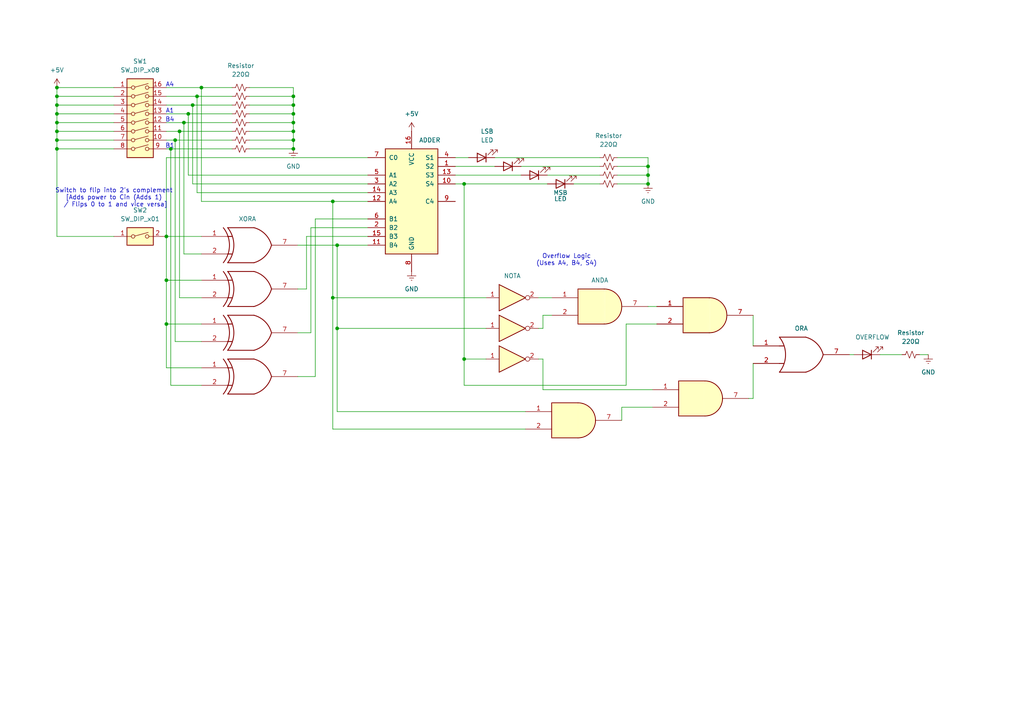
<source format=kicad_sch>
(kicad_sch
	(version 20250114)
	(generator "eeschema")
	(generator_version "9.0")
	(uuid "dab6ef48-d1cb-46f4-95d4-2931931a080f")
	(paper "A4")
	(lib_symbols
		(symbol "74xGxx:74AUC2G08"
			(exclude_from_sim no)
			(in_bom yes)
			(on_board yes)
			(property "Reference" "U"
				(at -2.54 3.81 0)
				(effects
					(font
						(size 1.27 1.27)
					)
				)
			)
			(property "Value" "74AUC2G08"
				(at 0 -3.81 0)
				(effects
					(font
						(size 1.27 1.27)
					)
				)
			)
			(property "Footprint" ""
				(at 0 0 0)
				(effects
					(font
						(size 1.27 1.27)
					)
					(hide yes)
				)
			)
			(property "Datasheet" "http://www.ti.com/lit/sg/scyt129e/scyt129e.pdf"
				(at 0 0 0)
				(effects
					(font
						(size 1.27 1.27)
					)
					(hide yes)
				)
			)
			(property "Description" "Dual AND Gate, Low-Voltage CMOS"
				(at 0 0 0)
				(effects
					(font
						(size 1.27 1.27)
					)
					(hide yes)
				)
			)
			(property "ki_keywords" "Dual Gate AND LVC CMOS"
				(at 0 0 0)
				(effects
					(font
						(size 1.27 1.27)
					)
					(hide yes)
				)
			)
			(property "ki_fp_filters" "SSOP* VSSOP*"
				(at 0 0 0)
				(effects
					(font
						(size 1.27 1.27)
					)
					(hide yes)
				)
			)
			(symbol "74AUC2G08_1_1"
				(arc
					(start 0 5.08)
					(mid 5.0579 0)
					(end 0 -5.08)
					(stroke
						(width 0.254)
						(type default)
					)
					(fill
						(type background)
					)
				)
				(polyline
					(pts
						(xy 0 -5.08) (xy -7.62 -5.08) (xy -7.62 5.08) (xy 0 5.08)
					)
					(stroke
						(width 0.254)
						(type default)
					)
					(fill
						(type background)
					)
				)
				(pin input line
					(at -15.24 2.54 0)
					(length 7.62)
					(name "~"
						(effects
							(font
								(size 1.27 1.27)
							)
						)
					)
					(number "1"
						(effects
							(font
								(size 1.27 1.27)
							)
						)
					)
				)
				(pin input line
					(at -15.24 -2.54 0)
					(length 7.62)
					(name "~"
						(effects
							(font
								(size 1.27 1.27)
							)
						)
					)
					(number "2"
						(effects
							(font
								(size 1.27 1.27)
							)
						)
					)
				)
				(pin output line
					(at 12.7 0 180)
					(length 7.62)
					(name "~"
						(effects
							(font
								(size 1.27 1.27)
							)
						)
					)
					(number "7"
						(effects
							(font
								(size 1.27 1.27)
							)
						)
					)
				)
			)
			(symbol "74AUC2G08_2_1"
				(arc
					(start 0 5.08)
					(mid 5.0579 0)
					(end 0 -5.08)
					(stroke
						(width 0.254)
						(type default)
					)
					(fill
						(type background)
					)
				)
				(polyline
					(pts
						(xy 0 -5.08) (xy -7.62 -5.08) (xy -7.62 5.08) (xy 0 5.08)
					)
					(stroke
						(width 0.254)
						(type default)
					)
					(fill
						(type background)
					)
				)
				(pin input line
					(at -15.24 2.54 0)
					(length 7.62)
					(name "~"
						(effects
							(font
								(size 1.27 1.27)
							)
						)
					)
					(number "5"
						(effects
							(font
								(size 1.27 1.27)
							)
						)
					)
				)
				(pin input line
					(at -15.24 -2.54 0)
					(length 7.62)
					(name "~"
						(effects
							(font
								(size 1.27 1.27)
							)
						)
					)
					(number "6"
						(effects
							(font
								(size 1.27 1.27)
							)
						)
					)
				)
				(pin output line
					(at 12.7 0 180)
					(length 7.62)
					(name "~"
						(effects
							(font
								(size 1.27 1.27)
							)
						)
					)
					(number "3"
						(effects
							(font
								(size 1.27 1.27)
							)
						)
					)
				)
			)
			(symbol "74AUC2G08_3_0"
				(rectangle
					(start -5.08 -5.08)
					(end 5.08 5.08)
					(stroke
						(width 0.254)
						(type default)
					)
					(fill
						(type background)
					)
				)
			)
			(symbol "74AUC2G08_3_1"
				(pin power_in line
					(at 0 10.16 270)
					(length 5.08)
					(name "VCC"
						(effects
							(font
								(size 1.27 1.27)
							)
						)
					)
					(number "8"
						(effects
							(font
								(size 1.27 1.27)
							)
						)
					)
				)
				(pin power_in line
					(at 0 -10.16 90)
					(length 5.08)
					(name "GND"
						(effects
							(font
								(size 1.27 1.27)
							)
						)
					)
					(number "4"
						(effects
							(font
								(size 1.27 1.27)
							)
						)
					)
				)
			)
			(embedded_fonts no)
		)
		(symbol "74xGxx:74AUC2G32"
			(exclude_from_sim no)
			(in_bom yes)
			(on_board yes)
			(property "Reference" "U"
				(at -2.54 3.81 0)
				(effects
					(font
						(size 1.27 1.27)
					)
				)
			)
			(property "Value" "74AUC2G32"
				(at 0 -3.81 0)
				(effects
					(font
						(size 1.27 1.27)
					)
				)
			)
			(property "Footprint" ""
				(at 0 0 0)
				(effects
					(font
						(size 1.27 1.27)
					)
					(hide yes)
				)
			)
			(property "Datasheet" "http://www.ti.com/lit/sg/scyt129e/scyt129e.pdf"
				(at 0 0 0)
				(effects
					(font
						(size 1.27 1.27)
					)
					(hide yes)
				)
			)
			(property "Description" "Dual OR Gate, Low-Voltage CMOS"
				(at 0 0 0)
				(effects
					(font
						(size 1.27 1.27)
					)
					(hide yes)
				)
			)
			(property "ki_keywords" "Dual Gate OR LVC CMOS"
				(at 0 0 0)
				(effects
					(font
						(size 1.27 1.27)
					)
					(hide yes)
				)
			)
			(property "ki_fp_filters" "SSOP* VSSOP*"
				(at 0 0 0)
				(effects
					(font
						(size 1.27 1.27)
					)
					(hide yes)
				)
			)
			(symbol "74AUC2G32_1_1"
				(arc
					(start -7.62 5.08)
					(mid -5.838 0)
					(end -7.62 -5.08)
					(stroke
						(width 0.254)
						(type default)
					)
					(fill
						(type none)
					)
				)
				(polyline
					(pts
						(xy -7.62 2.54) (xy -6.35 2.54)
					)
					(stroke
						(width 0.254)
						(type default)
					)
					(fill
						(type background)
					)
				)
				(polyline
					(pts
						(xy -7.62 -2.54) (xy -6.35 -2.54)
					)
					(stroke
						(width 0.254)
						(type default)
					)
					(fill
						(type background)
					)
				)
				(arc
					(start 5.08 0)
					(mid 3.202 -3.202)
					(end 0 -5.08)
					(stroke
						(width 0.254)
						(type default)
					)
					(fill
						(type none)
					)
				)
				(arc
					(start 0 5.08)
					(mid 3.2271 3.2271)
					(end 5.08 0)
					(stroke
						(width 0.254)
						(type default)
					)
					(fill
						(type none)
					)
				)
				(polyline
					(pts
						(xy 0 5.08) (xy -7.62 5.08)
					)
					(stroke
						(width 0.254)
						(type default)
					)
					(fill
						(type background)
					)
				)
				(polyline
					(pts
						(xy 0 -5.08) (xy -7.62 -5.08)
					)
					(stroke
						(width 0.254)
						(type default)
					)
					(fill
						(type background)
					)
				)
				(pin input line
					(at -15.24 2.54 0)
					(length 7.62)
					(name "~"
						(effects
							(font
								(size 1.27 1.27)
							)
						)
					)
					(number "1"
						(effects
							(font
								(size 1.27 1.27)
							)
						)
					)
				)
				(pin input line
					(at -15.24 -2.54 0)
					(length 7.62)
					(name "~"
						(effects
							(font
								(size 1.27 1.27)
							)
						)
					)
					(number "2"
						(effects
							(font
								(size 1.27 1.27)
							)
						)
					)
				)
				(pin output line
					(at 12.7 0 180)
					(length 7.62)
					(name "~"
						(effects
							(font
								(size 1.27 1.27)
							)
						)
					)
					(number "7"
						(effects
							(font
								(size 1.27 1.27)
							)
						)
					)
				)
			)
			(symbol "74AUC2G32_2_1"
				(arc
					(start -7.62 5.08)
					(mid -5.838 0)
					(end -7.62 -5.08)
					(stroke
						(width 0.254)
						(type default)
					)
					(fill
						(type none)
					)
				)
				(polyline
					(pts
						(xy -7.62 2.54) (xy -6.35 2.54)
					)
					(stroke
						(width 0.254)
						(type default)
					)
					(fill
						(type background)
					)
				)
				(polyline
					(pts
						(xy -7.62 -2.54) (xy -6.35 -2.54)
					)
					(stroke
						(width 0.254)
						(type default)
					)
					(fill
						(type background)
					)
				)
				(arc
					(start 5.08 0)
					(mid 3.202 -3.202)
					(end 0 -5.08)
					(stroke
						(width 0.254)
						(type default)
					)
					(fill
						(type none)
					)
				)
				(arc
					(start 0 5.08)
					(mid 3.2271 3.2271)
					(end 5.08 0)
					(stroke
						(width 0.254)
						(type default)
					)
					(fill
						(type none)
					)
				)
				(polyline
					(pts
						(xy 0 5.08) (xy -7.62 5.08)
					)
					(stroke
						(width 0.254)
						(type default)
					)
					(fill
						(type background)
					)
				)
				(polyline
					(pts
						(xy 0 -5.08) (xy -7.62 -5.08)
					)
					(stroke
						(width 0.254)
						(type default)
					)
					(fill
						(type background)
					)
				)
				(pin input line
					(at -15.24 2.54 0)
					(length 7.62)
					(name "~"
						(effects
							(font
								(size 1.27 1.27)
							)
						)
					)
					(number "5"
						(effects
							(font
								(size 1.27 1.27)
							)
						)
					)
				)
				(pin input line
					(at -15.24 -2.54 0)
					(length 7.62)
					(name "~"
						(effects
							(font
								(size 1.27 1.27)
							)
						)
					)
					(number "6"
						(effects
							(font
								(size 1.27 1.27)
							)
						)
					)
				)
				(pin output line
					(at 12.7 0 180)
					(length 7.62)
					(name "~"
						(effects
							(font
								(size 1.27 1.27)
							)
						)
					)
					(number "3"
						(effects
							(font
								(size 1.27 1.27)
							)
						)
					)
				)
			)
			(symbol "74AUC2G32_3_0"
				(rectangle
					(start -5.08 -5.08)
					(end 5.08 5.08)
					(stroke
						(width 0.254)
						(type default)
					)
					(fill
						(type background)
					)
				)
			)
			(symbol "74AUC2G32_3_1"
				(pin power_in line
					(at 0 10.16 270)
					(length 5.08)
					(name "VCC"
						(effects
							(font
								(size 1.27 1.27)
							)
						)
					)
					(number "8"
						(effects
							(font
								(size 1.27 1.27)
							)
						)
					)
				)
				(pin power_in line
					(at 0 -10.16 90)
					(length 5.08)
					(name "GND"
						(effects
							(font
								(size 1.27 1.27)
							)
						)
					)
					(number "4"
						(effects
							(font
								(size 1.27 1.27)
							)
						)
					)
				)
			)
			(embedded_fonts no)
		)
		(symbol "74xGxx:74AUC2G86"
			(exclude_from_sim no)
			(in_bom yes)
			(on_board yes)
			(property "Reference" "U"
				(at -2.54 3.81 0)
				(effects
					(font
						(size 1.27 1.27)
					)
				)
			)
			(property "Value" "74AUC2G86"
				(at 0 -3.81 0)
				(effects
					(font
						(size 1.27 1.27)
					)
				)
			)
			(property "Footprint" ""
				(at 0 0 0)
				(effects
					(font
						(size 1.27 1.27)
					)
					(hide yes)
				)
			)
			(property "Datasheet" "http://www.ti.com/lit/sg/scyt129e/scyt129e.pdf"
				(at 0 0 0)
				(effects
					(font
						(size 1.27 1.27)
					)
					(hide yes)
				)
			)
			(property "Description" "Dual XOR Gate, Low-Voltage CMOS"
				(at 0 0 0)
				(effects
					(font
						(size 1.27 1.27)
					)
					(hide yes)
				)
			)
			(property "ki_keywords" "Dual Gate XOR LVC CMOS"
				(at 0 0 0)
				(effects
					(font
						(size 1.27 1.27)
					)
					(hide yes)
				)
			)
			(property "ki_fp_filters" "SSOP* VSSOP*"
				(at 0 0 0)
				(effects
					(font
						(size 1.27 1.27)
					)
					(hide yes)
				)
			)
			(symbol "74AUC2G86_1_1"
				(arc
					(start -8.89 5.08)
					(mid -7.108 0)
					(end -8.89 -5.08)
					(stroke
						(width 0.254)
						(type default)
					)
					(fill
						(type none)
					)
				)
				(arc
					(start -7.62 5.08)
					(mid -5.838 0)
					(end -7.62 -5.08)
					(stroke
						(width 0.254)
						(type default)
					)
					(fill
						(type none)
					)
				)
				(polyline
					(pts
						(xy -7.62 2.54) (xy -6.35 2.54)
					)
					(stroke
						(width 0.254)
						(type default)
					)
					(fill
						(type background)
					)
				)
				(polyline
					(pts
						(xy -7.62 -2.54) (xy -6.35 -2.54)
					)
					(stroke
						(width 0.254)
						(type default)
					)
					(fill
						(type background)
					)
				)
				(arc
					(start 5.08 0)
					(mid 3.202 -3.202)
					(end 0 -5.08)
					(stroke
						(width 0.254)
						(type default)
					)
					(fill
						(type none)
					)
				)
				(arc
					(start 0 5.08)
					(mid 3.2271 3.2271)
					(end 5.08 0)
					(stroke
						(width 0.254)
						(type default)
					)
					(fill
						(type none)
					)
				)
				(polyline
					(pts
						(xy 0 5.08) (xy -7.62 5.08)
					)
					(stroke
						(width 0.254)
						(type default)
					)
					(fill
						(type background)
					)
				)
				(polyline
					(pts
						(xy 0 -5.08) (xy -7.62 -5.08)
					)
					(stroke
						(width 0.254)
						(type default)
					)
					(fill
						(type background)
					)
				)
				(pin input line
					(at -15.24 2.54 0)
					(length 7.62)
					(name "~"
						(effects
							(font
								(size 1.27 1.27)
							)
						)
					)
					(number "1"
						(effects
							(font
								(size 1.27 1.27)
							)
						)
					)
				)
				(pin input line
					(at -15.24 -2.54 0)
					(length 7.62)
					(name "~"
						(effects
							(font
								(size 1.27 1.27)
							)
						)
					)
					(number "2"
						(effects
							(font
								(size 1.27 1.27)
							)
						)
					)
				)
				(pin output line
					(at 12.7 0 180)
					(length 7.62)
					(name "~"
						(effects
							(font
								(size 1.27 1.27)
							)
						)
					)
					(number "7"
						(effects
							(font
								(size 1.27 1.27)
							)
						)
					)
				)
			)
			(symbol "74AUC2G86_2_1"
				(arc
					(start -8.89 5.08)
					(mid -7.108 0)
					(end -8.89 -5.08)
					(stroke
						(width 0.254)
						(type default)
					)
					(fill
						(type none)
					)
				)
				(arc
					(start -7.62 5.08)
					(mid -5.838 0)
					(end -7.62 -5.08)
					(stroke
						(width 0.254)
						(type default)
					)
					(fill
						(type none)
					)
				)
				(polyline
					(pts
						(xy -7.62 2.54) (xy -6.35 2.54)
					)
					(stroke
						(width 0.254)
						(type default)
					)
					(fill
						(type background)
					)
				)
				(polyline
					(pts
						(xy -7.62 -2.54) (xy -6.35 -2.54)
					)
					(stroke
						(width 0.254)
						(type default)
					)
					(fill
						(type background)
					)
				)
				(arc
					(start 5.08 0)
					(mid 3.202 -3.202)
					(end 0 -5.08)
					(stroke
						(width 0.254)
						(type default)
					)
					(fill
						(type none)
					)
				)
				(arc
					(start 0 5.08)
					(mid 3.2271 3.2271)
					(end 5.08 0)
					(stroke
						(width 0.254)
						(type default)
					)
					(fill
						(type none)
					)
				)
				(polyline
					(pts
						(xy 0 5.08) (xy -7.62 5.08)
					)
					(stroke
						(width 0.254)
						(type default)
					)
					(fill
						(type background)
					)
				)
				(polyline
					(pts
						(xy 0 -5.08) (xy -7.62 -5.08)
					)
					(stroke
						(width 0.254)
						(type default)
					)
					(fill
						(type background)
					)
				)
				(pin input line
					(at -15.24 2.54 0)
					(length 7.62)
					(name "~"
						(effects
							(font
								(size 1.27 1.27)
							)
						)
					)
					(number "5"
						(effects
							(font
								(size 1.27 1.27)
							)
						)
					)
				)
				(pin input line
					(at -15.24 -2.54 0)
					(length 7.62)
					(name "~"
						(effects
							(font
								(size 1.27 1.27)
							)
						)
					)
					(number "6"
						(effects
							(font
								(size 1.27 1.27)
							)
						)
					)
				)
				(pin output line
					(at 12.7 0 180)
					(length 7.62)
					(name "~"
						(effects
							(font
								(size 1.27 1.27)
							)
						)
					)
					(number "3"
						(effects
							(font
								(size 1.27 1.27)
							)
						)
					)
				)
			)
			(symbol "74AUC2G86_3_0"
				(rectangle
					(start -5.08 -5.08)
					(end 5.08 5.08)
					(stroke
						(width 0.254)
						(type default)
					)
					(fill
						(type background)
					)
				)
			)
			(symbol "74AUC2G86_3_1"
				(pin power_in line
					(at 0 10.16 270)
					(length 5.08)
					(name "VCC"
						(effects
							(font
								(size 1.27 1.27)
							)
						)
					)
					(number "8"
						(effects
							(font
								(size 1.27 1.27)
							)
						)
					)
				)
				(pin power_in line
					(at 0 -10.16 90)
					(length 5.08)
					(name "GND"
						(effects
							(font
								(size 1.27 1.27)
							)
						)
					)
					(number "4"
						(effects
							(font
								(size 1.27 1.27)
							)
						)
					)
				)
			)
			(embedded_fonts no)
		)
		(symbol "74xx:74HC04"
			(exclude_from_sim no)
			(in_bom yes)
			(on_board yes)
			(property "Reference" "U"
				(at 0 1.27 0)
				(effects
					(font
						(size 1.27 1.27)
					)
				)
			)
			(property "Value" "74HC04"
				(at 0 -1.27 0)
				(effects
					(font
						(size 1.27 1.27)
					)
				)
			)
			(property "Footprint" ""
				(at 0 0 0)
				(effects
					(font
						(size 1.27 1.27)
					)
					(hide yes)
				)
			)
			(property "Datasheet" "https://assets.nexperia.com/documents/data-sheet/74HC_HCT04.pdf"
				(at 0 0 0)
				(effects
					(font
						(size 1.27 1.27)
					)
					(hide yes)
				)
			)
			(property "Description" "Hex Inverter"
				(at 0 0 0)
				(effects
					(font
						(size 1.27 1.27)
					)
					(hide yes)
				)
			)
			(property "ki_locked" ""
				(at 0 0 0)
				(effects
					(font
						(size 1.27 1.27)
					)
				)
			)
			(property "ki_keywords" "HCMOS not inv"
				(at 0 0 0)
				(effects
					(font
						(size 1.27 1.27)
					)
					(hide yes)
				)
			)
			(property "ki_fp_filters" "DIP*W7.62mm* SSOP?14* TSSOP?14*"
				(at 0 0 0)
				(effects
					(font
						(size 1.27 1.27)
					)
					(hide yes)
				)
			)
			(symbol "74HC04_1_0"
				(polyline
					(pts
						(xy -3.81 3.81) (xy -3.81 -3.81) (xy 3.81 0) (xy -3.81 3.81)
					)
					(stroke
						(width 0.254)
						(type default)
					)
					(fill
						(type background)
					)
				)
				(pin input line
					(at -7.62 0 0)
					(length 3.81)
					(name "~"
						(effects
							(font
								(size 1.27 1.27)
							)
						)
					)
					(number "1"
						(effects
							(font
								(size 1.27 1.27)
							)
						)
					)
				)
				(pin output inverted
					(at 7.62 0 180)
					(length 3.81)
					(name "~"
						(effects
							(font
								(size 1.27 1.27)
							)
						)
					)
					(number "2"
						(effects
							(font
								(size 1.27 1.27)
							)
						)
					)
				)
			)
			(symbol "74HC04_2_0"
				(polyline
					(pts
						(xy -3.81 3.81) (xy -3.81 -3.81) (xy 3.81 0) (xy -3.81 3.81)
					)
					(stroke
						(width 0.254)
						(type default)
					)
					(fill
						(type background)
					)
				)
				(pin input line
					(at -7.62 0 0)
					(length 3.81)
					(name "~"
						(effects
							(font
								(size 1.27 1.27)
							)
						)
					)
					(number "3"
						(effects
							(font
								(size 1.27 1.27)
							)
						)
					)
				)
				(pin output inverted
					(at 7.62 0 180)
					(length 3.81)
					(name "~"
						(effects
							(font
								(size 1.27 1.27)
							)
						)
					)
					(number "4"
						(effects
							(font
								(size 1.27 1.27)
							)
						)
					)
				)
			)
			(symbol "74HC04_3_0"
				(polyline
					(pts
						(xy -3.81 3.81) (xy -3.81 -3.81) (xy 3.81 0) (xy -3.81 3.81)
					)
					(stroke
						(width 0.254)
						(type default)
					)
					(fill
						(type background)
					)
				)
				(pin input line
					(at -7.62 0 0)
					(length 3.81)
					(name "~"
						(effects
							(font
								(size 1.27 1.27)
							)
						)
					)
					(number "5"
						(effects
							(font
								(size 1.27 1.27)
							)
						)
					)
				)
				(pin output inverted
					(at 7.62 0 180)
					(length 3.81)
					(name "~"
						(effects
							(font
								(size 1.27 1.27)
							)
						)
					)
					(number "6"
						(effects
							(font
								(size 1.27 1.27)
							)
						)
					)
				)
			)
			(symbol "74HC04_4_0"
				(polyline
					(pts
						(xy -3.81 3.81) (xy -3.81 -3.81) (xy 3.81 0) (xy -3.81 3.81)
					)
					(stroke
						(width 0.254)
						(type default)
					)
					(fill
						(type background)
					)
				)
				(pin input line
					(at -7.62 0 0)
					(length 3.81)
					(name "~"
						(effects
							(font
								(size 1.27 1.27)
							)
						)
					)
					(number "9"
						(effects
							(font
								(size 1.27 1.27)
							)
						)
					)
				)
				(pin output inverted
					(at 7.62 0 180)
					(length 3.81)
					(name "~"
						(effects
							(font
								(size 1.27 1.27)
							)
						)
					)
					(number "8"
						(effects
							(font
								(size 1.27 1.27)
							)
						)
					)
				)
			)
			(symbol "74HC04_5_0"
				(polyline
					(pts
						(xy -3.81 3.81) (xy -3.81 -3.81) (xy 3.81 0) (xy -3.81 3.81)
					)
					(stroke
						(width 0.254)
						(type default)
					)
					(fill
						(type background)
					)
				)
				(pin input line
					(at -7.62 0 0)
					(length 3.81)
					(name "~"
						(effects
							(font
								(size 1.27 1.27)
							)
						)
					)
					(number "11"
						(effects
							(font
								(size 1.27 1.27)
							)
						)
					)
				)
				(pin output inverted
					(at 7.62 0 180)
					(length 3.81)
					(name "~"
						(effects
							(font
								(size 1.27 1.27)
							)
						)
					)
					(number "10"
						(effects
							(font
								(size 1.27 1.27)
							)
						)
					)
				)
			)
			(symbol "74HC04_6_0"
				(polyline
					(pts
						(xy -3.81 3.81) (xy -3.81 -3.81) (xy 3.81 0) (xy -3.81 3.81)
					)
					(stroke
						(width 0.254)
						(type default)
					)
					(fill
						(type background)
					)
				)
				(pin input line
					(at -7.62 0 0)
					(length 3.81)
					(name "~"
						(effects
							(font
								(size 1.27 1.27)
							)
						)
					)
					(number "13"
						(effects
							(font
								(size 1.27 1.27)
							)
						)
					)
				)
				(pin output inverted
					(at 7.62 0 180)
					(length 3.81)
					(name "~"
						(effects
							(font
								(size 1.27 1.27)
							)
						)
					)
					(number "12"
						(effects
							(font
								(size 1.27 1.27)
							)
						)
					)
				)
			)
			(symbol "74HC04_7_0"
				(pin power_in line
					(at 0 12.7 270)
					(length 5.08)
					(name "VCC"
						(effects
							(font
								(size 1.27 1.27)
							)
						)
					)
					(number "14"
						(effects
							(font
								(size 1.27 1.27)
							)
						)
					)
				)
				(pin power_in line
					(at 0 -12.7 90)
					(length 5.08)
					(name "GND"
						(effects
							(font
								(size 1.27 1.27)
							)
						)
					)
					(number "7"
						(effects
							(font
								(size 1.27 1.27)
							)
						)
					)
				)
			)
			(symbol "74HC04_7_1"
				(rectangle
					(start -5.08 7.62)
					(end 5.08 -7.62)
					(stroke
						(width 0.254)
						(type default)
					)
					(fill
						(type background)
					)
				)
			)
			(embedded_fonts no)
		)
		(symbol "74xx:74LS283"
			(pin_names
				(offset 1.016)
			)
			(exclude_from_sim no)
			(in_bom yes)
			(on_board yes)
			(property "Reference" "U"
				(at -7.62 16.51 0)
				(effects
					(font
						(size 1.27 1.27)
					)
				)
			)
			(property "Value" "74LS283"
				(at -7.62 -16.51 0)
				(effects
					(font
						(size 1.27 1.27)
					)
				)
			)
			(property "Footprint" ""
				(at 0 0 0)
				(effects
					(font
						(size 1.27 1.27)
					)
					(hide yes)
				)
			)
			(property "Datasheet" "http://www.ti.com/lit/gpn/sn74LS283"
				(at 0 0 0)
				(effects
					(font
						(size 1.27 1.27)
					)
					(hide yes)
				)
			)
			(property "Description" "4-bit full Adder"
				(at 0 0 0)
				(effects
					(font
						(size 1.27 1.27)
					)
					(hide yes)
				)
			)
			(property "ki_locked" ""
				(at 0 0 0)
				(effects
					(font
						(size 1.27 1.27)
					)
				)
			)
			(property "ki_keywords" "TTL ADD Arith ALU"
				(at 0 0 0)
				(effects
					(font
						(size 1.27 1.27)
					)
					(hide yes)
				)
			)
			(property "ki_fp_filters" "DIP?16*"
				(at 0 0 0)
				(effects
					(font
						(size 1.27 1.27)
					)
					(hide yes)
				)
			)
			(symbol "74LS283_1_0"
				(pin input line
					(at -12.7 12.7 0)
					(length 5.08)
					(name "C0"
						(effects
							(font
								(size 1.27 1.27)
							)
						)
					)
					(number "7"
						(effects
							(font
								(size 1.27 1.27)
							)
						)
					)
				)
				(pin input line
					(at -12.7 7.62 0)
					(length 5.08)
					(name "A1"
						(effects
							(font
								(size 1.27 1.27)
							)
						)
					)
					(number "5"
						(effects
							(font
								(size 1.27 1.27)
							)
						)
					)
				)
				(pin input line
					(at -12.7 5.08 0)
					(length 5.08)
					(name "A2"
						(effects
							(font
								(size 1.27 1.27)
							)
						)
					)
					(number "3"
						(effects
							(font
								(size 1.27 1.27)
							)
						)
					)
				)
				(pin input line
					(at -12.7 2.54 0)
					(length 5.08)
					(name "A3"
						(effects
							(font
								(size 1.27 1.27)
							)
						)
					)
					(number "14"
						(effects
							(font
								(size 1.27 1.27)
							)
						)
					)
				)
				(pin input line
					(at -12.7 0 0)
					(length 5.08)
					(name "A4"
						(effects
							(font
								(size 1.27 1.27)
							)
						)
					)
					(number "12"
						(effects
							(font
								(size 1.27 1.27)
							)
						)
					)
				)
				(pin input line
					(at -12.7 -5.08 0)
					(length 5.08)
					(name "B1"
						(effects
							(font
								(size 1.27 1.27)
							)
						)
					)
					(number "6"
						(effects
							(font
								(size 1.27 1.27)
							)
						)
					)
				)
				(pin input line
					(at -12.7 -7.62 0)
					(length 5.08)
					(name "B2"
						(effects
							(font
								(size 1.27 1.27)
							)
						)
					)
					(number "2"
						(effects
							(font
								(size 1.27 1.27)
							)
						)
					)
				)
				(pin input line
					(at -12.7 -10.16 0)
					(length 5.08)
					(name "B3"
						(effects
							(font
								(size 1.27 1.27)
							)
						)
					)
					(number "15"
						(effects
							(font
								(size 1.27 1.27)
							)
						)
					)
				)
				(pin input line
					(at -12.7 -12.7 0)
					(length 5.08)
					(name "B4"
						(effects
							(font
								(size 1.27 1.27)
							)
						)
					)
					(number "11"
						(effects
							(font
								(size 1.27 1.27)
							)
						)
					)
				)
				(pin power_in line
					(at 0 20.32 270)
					(length 5.08)
					(name "VCC"
						(effects
							(font
								(size 1.27 1.27)
							)
						)
					)
					(number "16"
						(effects
							(font
								(size 1.27 1.27)
							)
						)
					)
				)
				(pin power_in line
					(at 0 -20.32 90)
					(length 5.08)
					(name "GND"
						(effects
							(font
								(size 1.27 1.27)
							)
						)
					)
					(number "8"
						(effects
							(font
								(size 1.27 1.27)
							)
						)
					)
				)
				(pin output line
					(at 12.7 12.7 180)
					(length 5.08)
					(name "S1"
						(effects
							(font
								(size 1.27 1.27)
							)
						)
					)
					(number "4"
						(effects
							(font
								(size 1.27 1.27)
							)
						)
					)
				)
				(pin output line
					(at 12.7 10.16 180)
					(length 5.08)
					(name "S2"
						(effects
							(font
								(size 1.27 1.27)
							)
						)
					)
					(number "1"
						(effects
							(font
								(size 1.27 1.27)
							)
						)
					)
				)
				(pin output line
					(at 12.7 7.62 180)
					(length 5.08)
					(name "S3"
						(effects
							(font
								(size 1.27 1.27)
							)
						)
					)
					(number "13"
						(effects
							(font
								(size 1.27 1.27)
							)
						)
					)
				)
				(pin output line
					(at 12.7 5.08 180)
					(length 5.08)
					(name "S4"
						(effects
							(font
								(size 1.27 1.27)
							)
						)
					)
					(number "10"
						(effects
							(font
								(size 1.27 1.27)
							)
						)
					)
				)
				(pin output line
					(at 12.7 0 180)
					(length 5.08)
					(name "C4"
						(effects
							(font
								(size 1.27 1.27)
							)
						)
					)
					(number "9"
						(effects
							(font
								(size 1.27 1.27)
							)
						)
					)
				)
			)
			(symbol "74LS283_1_1"
				(rectangle
					(start -7.62 15.24)
					(end 7.62 -15.24)
					(stroke
						(width 0.254)
						(type default)
					)
					(fill
						(type background)
					)
				)
			)
			(embedded_fonts no)
		)
		(symbol "Device:LED"
			(pin_numbers
				(hide yes)
			)
			(pin_names
				(offset 1.016)
				(hide yes)
			)
			(exclude_from_sim no)
			(in_bom yes)
			(on_board yes)
			(property "Reference" "D"
				(at 0 2.54 0)
				(effects
					(font
						(size 1.27 1.27)
					)
				)
			)
			(property "Value" "LED"
				(at 0 -2.54 0)
				(effects
					(font
						(size 1.27 1.27)
					)
				)
			)
			(property "Footprint" ""
				(at 0 0 0)
				(effects
					(font
						(size 1.27 1.27)
					)
					(hide yes)
				)
			)
			(property "Datasheet" "~"
				(at 0 0 0)
				(effects
					(font
						(size 1.27 1.27)
					)
					(hide yes)
				)
			)
			(property "Description" "Light emitting diode"
				(at 0 0 0)
				(effects
					(font
						(size 1.27 1.27)
					)
					(hide yes)
				)
			)
			(property "Sim.Pins" "1=K 2=A"
				(at 0 0 0)
				(effects
					(font
						(size 1.27 1.27)
					)
					(hide yes)
				)
			)
			(property "ki_keywords" "LED diode"
				(at 0 0 0)
				(effects
					(font
						(size 1.27 1.27)
					)
					(hide yes)
				)
			)
			(property "ki_fp_filters" "LED* LED_SMD:* LED_THT:*"
				(at 0 0 0)
				(effects
					(font
						(size 1.27 1.27)
					)
					(hide yes)
				)
			)
			(symbol "LED_0_1"
				(polyline
					(pts
						(xy -3.048 -0.762) (xy -4.572 -2.286) (xy -3.81 -2.286) (xy -4.572 -2.286) (xy -4.572 -1.524)
					)
					(stroke
						(width 0)
						(type default)
					)
					(fill
						(type none)
					)
				)
				(polyline
					(pts
						(xy -1.778 -0.762) (xy -3.302 -2.286) (xy -2.54 -2.286) (xy -3.302 -2.286) (xy -3.302 -1.524)
					)
					(stroke
						(width 0)
						(type default)
					)
					(fill
						(type none)
					)
				)
				(polyline
					(pts
						(xy -1.27 0) (xy 1.27 0)
					)
					(stroke
						(width 0)
						(type default)
					)
					(fill
						(type none)
					)
				)
				(polyline
					(pts
						(xy -1.27 -1.27) (xy -1.27 1.27)
					)
					(stroke
						(width 0.254)
						(type default)
					)
					(fill
						(type none)
					)
				)
				(polyline
					(pts
						(xy 1.27 -1.27) (xy 1.27 1.27) (xy -1.27 0) (xy 1.27 -1.27)
					)
					(stroke
						(width 0.254)
						(type default)
					)
					(fill
						(type none)
					)
				)
			)
			(symbol "LED_1_1"
				(pin passive line
					(at -3.81 0 0)
					(length 2.54)
					(name "K"
						(effects
							(font
								(size 1.27 1.27)
							)
						)
					)
					(number "1"
						(effects
							(font
								(size 1.27 1.27)
							)
						)
					)
				)
				(pin passive line
					(at 3.81 0 180)
					(length 2.54)
					(name "A"
						(effects
							(font
								(size 1.27 1.27)
							)
						)
					)
					(number "2"
						(effects
							(font
								(size 1.27 1.27)
							)
						)
					)
				)
			)
			(embedded_fonts no)
		)
		(symbol "Device:R_Small_US"
			(pin_numbers
				(hide yes)
			)
			(pin_names
				(offset 0.254)
				(hide yes)
			)
			(exclude_from_sim no)
			(in_bom yes)
			(on_board yes)
			(property "Reference" "R"
				(at 0.762 0.508 0)
				(effects
					(font
						(size 1.27 1.27)
					)
					(justify left)
				)
			)
			(property "Value" "R_Small_US"
				(at 0.762 -1.016 0)
				(effects
					(font
						(size 1.27 1.27)
					)
					(justify left)
				)
			)
			(property "Footprint" ""
				(at 0 0 0)
				(effects
					(font
						(size 1.27 1.27)
					)
					(hide yes)
				)
			)
			(property "Datasheet" "~"
				(at 0 0 0)
				(effects
					(font
						(size 1.27 1.27)
					)
					(hide yes)
				)
			)
			(property "Description" "Resistor, small US symbol"
				(at 0 0 0)
				(effects
					(font
						(size 1.27 1.27)
					)
					(hide yes)
				)
			)
			(property "ki_keywords" "r resistor"
				(at 0 0 0)
				(effects
					(font
						(size 1.27 1.27)
					)
					(hide yes)
				)
			)
			(property "ki_fp_filters" "R_*"
				(at 0 0 0)
				(effects
					(font
						(size 1.27 1.27)
					)
					(hide yes)
				)
			)
			(symbol "R_Small_US_1_1"
				(polyline
					(pts
						(xy 0 1.524) (xy 1.016 1.143) (xy 0 0.762) (xy -1.016 0.381) (xy 0 0)
					)
					(stroke
						(width 0)
						(type default)
					)
					(fill
						(type none)
					)
				)
				(polyline
					(pts
						(xy 0 0) (xy 1.016 -0.381) (xy 0 -0.762) (xy -1.016 -1.143) (xy 0 -1.524)
					)
					(stroke
						(width 0)
						(type default)
					)
					(fill
						(type none)
					)
				)
				(pin passive line
					(at 0 2.54 270)
					(length 1.016)
					(name "~"
						(effects
							(font
								(size 1.27 1.27)
							)
						)
					)
					(number "1"
						(effects
							(font
								(size 1.27 1.27)
							)
						)
					)
				)
				(pin passive line
					(at 0 -2.54 90)
					(length 1.016)
					(name "~"
						(effects
							(font
								(size 1.27 1.27)
							)
						)
					)
					(number "2"
						(effects
							(font
								(size 1.27 1.27)
							)
						)
					)
				)
			)
			(embedded_fonts no)
		)
		(symbol "Switch:SW_DIP_x01"
			(pin_names
				(offset 0)
				(hide yes)
			)
			(exclude_from_sim no)
			(in_bom yes)
			(on_board yes)
			(property "Reference" "SW"
				(at 0 3.81 0)
				(effects
					(font
						(size 1.27 1.27)
					)
				)
			)
			(property "Value" "SW_DIP_x01"
				(at 0 -3.81 0)
				(effects
					(font
						(size 1.27 1.27)
					)
				)
			)
			(property "Footprint" ""
				(at 0 0 0)
				(effects
					(font
						(size 1.27 1.27)
					)
					(hide yes)
				)
			)
			(property "Datasheet" "~"
				(at 0 0 0)
				(effects
					(font
						(size 1.27 1.27)
					)
					(hide yes)
				)
			)
			(property "Description" "1x DIP Switch, Single Pole Single Throw (SPST) switch, small symbol"
				(at 0 0 0)
				(effects
					(font
						(size 1.27 1.27)
					)
					(hide yes)
				)
			)
			(property "ki_keywords" "dip switch"
				(at 0 0 0)
				(effects
					(font
						(size 1.27 1.27)
					)
					(hide yes)
				)
			)
			(property "ki_fp_filters" "SW?DIP?x1*"
				(at 0 0 0)
				(effects
					(font
						(size 1.27 1.27)
					)
					(hide yes)
				)
			)
			(symbol "SW_DIP_x01_0_0"
				(circle
					(center -2.032 0)
					(radius 0.508)
					(stroke
						(width 0)
						(type default)
					)
					(fill
						(type none)
					)
				)
				(polyline
					(pts
						(xy -1.524 0.127) (xy 2.3622 1.1684)
					)
					(stroke
						(width 0)
						(type default)
					)
					(fill
						(type none)
					)
				)
				(circle
					(center 2.032 0)
					(radius 0.508)
					(stroke
						(width 0)
						(type default)
					)
					(fill
						(type none)
					)
				)
			)
			(symbol "SW_DIP_x01_0_1"
				(rectangle
					(start -3.81 2.54)
					(end 3.81 -2.54)
					(stroke
						(width 0.254)
						(type default)
					)
					(fill
						(type background)
					)
				)
			)
			(symbol "SW_DIP_x01_1_1"
				(pin passive line
					(at -7.62 0 0)
					(length 5.08)
					(name "~"
						(effects
							(font
								(size 1.27 1.27)
							)
						)
					)
					(number "1"
						(effects
							(font
								(size 1.27 1.27)
							)
						)
					)
				)
				(pin passive line
					(at 7.62 0 180)
					(length 5.08)
					(name "~"
						(effects
							(font
								(size 1.27 1.27)
							)
						)
					)
					(number "2"
						(effects
							(font
								(size 1.27 1.27)
							)
						)
					)
				)
			)
			(embedded_fonts no)
		)
		(symbol "Switch:SW_DIP_x08"
			(pin_names
				(offset 0)
				(hide yes)
			)
			(exclude_from_sim no)
			(in_bom yes)
			(on_board yes)
			(property "Reference" "SW"
				(at 0 13.97 0)
				(effects
					(font
						(size 1.27 1.27)
					)
				)
			)
			(property "Value" "SW_DIP_x08"
				(at 0 -11.43 0)
				(effects
					(font
						(size 1.27 1.27)
					)
				)
			)
			(property "Footprint" ""
				(at 0 0 0)
				(effects
					(font
						(size 1.27 1.27)
					)
					(hide yes)
				)
			)
			(property "Datasheet" "~"
				(at 0 0 0)
				(effects
					(font
						(size 1.27 1.27)
					)
					(hide yes)
				)
			)
			(property "Description" "8x DIP Switch, Single Pole Single Throw (SPST) switch, small symbol"
				(at 0 0 0)
				(effects
					(font
						(size 1.27 1.27)
					)
					(hide yes)
				)
			)
			(property "ki_keywords" "dip switch"
				(at 0 0 0)
				(effects
					(font
						(size 1.27 1.27)
					)
					(hide yes)
				)
			)
			(property "ki_fp_filters" "SW?DIP?x8*"
				(at 0 0 0)
				(effects
					(font
						(size 1.27 1.27)
					)
					(hide yes)
				)
			)
			(symbol "SW_DIP_x08_0_0"
				(circle
					(center -2.032 10.16)
					(radius 0.508)
					(stroke
						(width 0)
						(type default)
					)
					(fill
						(type none)
					)
				)
				(circle
					(center -2.032 7.62)
					(radius 0.508)
					(stroke
						(width 0)
						(type default)
					)
					(fill
						(type none)
					)
				)
				(circle
					(center -2.032 5.08)
					(radius 0.508)
					(stroke
						(width 0)
						(type default)
					)
					(fill
						(type none)
					)
				)
				(circle
					(center -2.032 2.54)
					(radius 0.508)
					(stroke
						(width 0)
						(type default)
					)
					(fill
						(type none)
					)
				)
				(circle
					(center -2.032 0)
					(radius 0.508)
					(stroke
						(width 0)
						(type default)
					)
					(fill
						(type none)
					)
				)
				(circle
					(center -2.032 -2.54)
					(radius 0.508)
					(stroke
						(width 0)
						(type default)
					)
					(fill
						(type none)
					)
				)
				(circle
					(center -2.032 -5.08)
					(radius 0.508)
					(stroke
						(width 0)
						(type default)
					)
					(fill
						(type none)
					)
				)
				(circle
					(center -2.032 -7.62)
					(radius 0.508)
					(stroke
						(width 0)
						(type default)
					)
					(fill
						(type none)
					)
				)
				(polyline
					(pts
						(xy -1.524 10.287) (xy 2.3622 11.3284)
					)
					(stroke
						(width 0)
						(type default)
					)
					(fill
						(type none)
					)
				)
				(polyline
					(pts
						(xy -1.524 7.747) (xy 2.3622 8.7884)
					)
					(stroke
						(width 0)
						(type default)
					)
					(fill
						(type none)
					)
				)
				(polyline
					(pts
						(xy -1.524 5.207) (xy 2.3622 6.2484)
					)
					(stroke
						(width 0)
						(type default)
					)
					(fill
						(type none)
					)
				)
				(polyline
					(pts
						(xy -1.524 2.667) (xy 2.3622 3.7084)
					)
					(stroke
						(width 0)
						(type default)
					)
					(fill
						(type none)
					)
				)
				(polyline
					(pts
						(xy -1.524 0.127) (xy 2.3622 1.1684)
					)
					(stroke
						(width 0)
						(type default)
					)
					(fill
						(type none)
					)
				)
				(polyline
					(pts
						(xy -1.524 -2.3876) (xy 2.3622 -1.3462)
					)
					(stroke
						(width 0)
						(type default)
					)
					(fill
						(type none)
					)
				)
				(polyline
					(pts
						(xy -1.524 -4.9276) (xy 2.3622 -3.8862)
					)
					(stroke
						(width 0)
						(type default)
					)
					(fill
						(type none)
					)
				)
				(polyline
					(pts
						(xy -1.524 -7.4676) (xy 2.3622 -6.4262)
					)
					(stroke
						(width 0)
						(type default)
					)
					(fill
						(type none)
					)
				)
				(circle
					(center 2.032 10.16)
					(radius 0.508)
					(stroke
						(width 0)
						(type default)
					)
					(fill
						(type none)
					)
				)
				(circle
					(center 2.032 7.62)
					(radius 0.508)
					(stroke
						(width 0)
						(type default)
					)
					(fill
						(type none)
					)
				)
				(circle
					(center 2.032 5.08)
					(radius 0.508)
					(stroke
						(width 0)
						(type default)
					)
					(fill
						(type none)
					)
				)
				(circle
					(center 2.032 2.54)
					(radius 0.508)
					(stroke
						(width 0)
						(type default)
					)
					(fill
						(type none)
					)
				)
				(circle
					(center 2.032 0)
					(radius 0.508)
					(stroke
						(width 0)
						(type default)
					)
					(fill
						(type none)
					)
				)
				(circle
					(center 2.032 -2.54)
					(radius 0.508)
					(stroke
						(width 0)
						(type default)
					)
					(fill
						(type none)
					)
				)
				(circle
					(center 2.032 -5.08)
					(radius 0.508)
					(stroke
						(width 0)
						(type default)
					)
					(fill
						(type none)
					)
				)
				(circle
					(center 2.032 -7.62)
					(radius 0.508)
					(stroke
						(width 0)
						(type default)
					)
					(fill
						(type none)
					)
				)
			)
			(symbol "SW_DIP_x08_0_1"
				(rectangle
					(start -3.81 12.7)
					(end 3.81 -10.16)
					(stroke
						(width 0.254)
						(type default)
					)
					(fill
						(type background)
					)
				)
			)
			(symbol "SW_DIP_x08_1_1"
				(pin passive line
					(at -7.62 10.16 0)
					(length 5.08)
					(name "~"
						(effects
							(font
								(size 1.27 1.27)
							)
						)
					)
					(number "1"
						(effects
							(font
								(size 1.27 1.27)
							)
						)
					)
				)
				(pin passive line
					(at -7.62 7.62 0)
					(length 5.08)
					(name "~"
						(effects
							(font
								(size 1.27 1.27)
							)
						)
					)
					(number "2"
						(effects
							(font
								(size 1.27 1.27)
							)
						)
					)
				)
				(pin passive line
					(at -7.62 5.08 0)
					(length 5.08)
					(name "~"
						(effects
							(font
								(size 1.27 1.27)
							)
						)
					)
					(number "3"
						(effects
							(font
								(size 1.27 1.27)
							)
						)
					)
				)
				(pin passive line
					(at -7.62 2.54 0)
					(length 5.08)
					(name "~"
						(effects
							(font
								(size 1.27 1.27)
							)
						)
					)
					(number "4"
						(effects
							(font
								(size 1.27 1.27)
							)
						)
					)
				)
				(pin passive line
					(at -7.62 0 0)
					(length 5.08)
					(name "~"
						(effects
							(font
								(size 1.27 1.27)
							)
						)
					)
					(number "5"
						(effects
							(font
								(size 1.27 1.27)
							)
						)
					)
				)
				(pin passive line
					(at -7.62 -2.54 0)
					(length 5.08)
					(name "~"
						(effects
							(font
								(size 1.27 1.27)
							)
						)
					)
					(number "6"
						(effects
							(font
								(size 1.27 1.27)
							)
						)
					)
				)
				(pin passive line
					(at -7.62 -5.08 0)
					(length 5.08)
					(name "~"
						(effects
							(font
								(size 1.27 1.27)
							)
						)
					)
					(number "7"
						(effects
							(font
								(size 1.27 1.27)
							)
						)
					)
				)
				(pin passive line
					(at -7.62 -7.62 0)
					(length 5.08)
					(name "~"
						(effects
							(font
								(size 1.27 1.27)
							)
						)
					)
					(number "8"
						(effects
							(font
								(size 1.27 1.27)
							)
						)
					)
				)
				(pin passive line
					(at 7.62 10.16 180)
					(length 5.08)
					(name "~"
						(effects
							(font
								(size 1.27 1.27)
							)
						)
					)
					(number "16"
						(effects
							(font
								(size 1.27 1.27)
							)
						)
					)
				)
				(pin passive line
					(at 7.62 7.62 180)
					(length 5.08)
					(name "~"
						(effects
							(font
								(size 1.27 1.27)
							)
						)
					)
					(number "15"
						(effects
							(font
								(size 1.27 1.27)
							)
						)
					)
				)
				(pin passive line
					(at 7.62 5.08 180)
					(length 5.08)
					(name "~"
						(effects
							(font
								(size 1.27 1.27)
							)
						)
					)
					(number "14"
						(effects
							(font
								(size 1.27 1.27)
							)
						)
					)
				)
				(pin passive line
					(at 7.62 2.54 180)
					(length 5.08)
					(name "~"
						(effects
							(font
								(size 1.27 1.27)
							)
						)
					)
					(number "13"
						(effects
							(font
								(size 1.27 1.27)
							)
						)
					)
				)
				(pin passive line
					(at 7.62 0 180)
					(length 5.08)
					(name "~"
						(effects
							(font
								(size 1.27 1.27)
							)
						)
					)
					(number "12"
						(effects
							(font
								(size 1.27 1.27)
							)
						)
					)
				)
				(pin passive line
					(at 7.62 -2.54 180)
					(length 5.08)
					(name "~"
						(effects
							(font
								(size 1.27 1.27)
							)
						)
					)
					(number "11"
						(effects
							(font
								(size 1.27 1.27)
							)
						)
					)
				)
				(pin passive line
					(at 7.62 -5.08 180)
					(length 5.08)
					(name "~"
						(effects
							(font
								(size 1.27 1.27)
							)
						)
					)
					(number "10"
						(effects
							(font
								(size 1.27 1.27)
							)
						)
					)
				)
				(pin passive line
					(at 7.62 -7.62 180)
					(length 5.08)
					(name "~"
						(effects
							(font
								(size 1.27 1.27)
							)
						)
					)
					(number "9"
						(effects
							(font
								(size 1.27 1.27)
							)
						)
					)
				)
			)
			(embedded_fonts no)
		)
		(symbol "power:+5V"
			(power)
			(pin_numbers
				(hide yes)
			)
			(pin_names
				(offset 0)
				(hide yes)
			)
			(exclude_from_sim no)
			(in_bom yes)
			(on_board yes)
			(property "Reference" "#PWR"
				(at 0 -3.81 0)
				(effects
					(font
						(size 1.27 1.27)
					)
					(hide yes)
				)
			)
			(property "Value" "+5V"
				(at 0 3.556 0)
				(effects
					(font
						(size 1.27 1.27)
					)
				)
			)
			(property "Footprint" ""
				(at 0 0 0)
				(effects
					(font
						(size 1.27 1.27)
					)
					(hide yes)
				)
			)
			(property "Datasheet" ""
				(at 0 0 0)
				(effects
					(font
						(size 1.27 1.27)
					)
					(hide yes)
				)
			)
			(property "Description" "Power symbol creates a global label with name \"+5V\""
				(at 0 0 0)
				(effects
					(font
						(size 1.27 1.27)
					)
					(hide yes)
				)
			)
			(property "ki_keywords" "global power"
				(at 0 0 0)
				(effects
					(font
						(size 1.27 1.27)
					)
					(hide yes)
				)
			)
			(symbol "+5V_0_1"
				(polyline
					(pts
						(xy -0.762 1.27) (xy 0 2.54)
					)
					(stroke
						(width 0)
						(type default)
					)
					(fill
						(type none)
					)
				)
				(polyline
					(pts
						(xy 0 2.54) (xy 0.762 1.27)
					)
					(stroke
						(width 0)
						(type default)
					)
					(fill
						(type none)
					)
				)
				(polyline
					(pts
						(xy 0 0) (xy 0 2.54)
					)
					(stroke
						(width 0)
						(type default)
					)
					(fill
						(type none)
					)
				)
			)
			(symbol "+5V_1_1"
				(pin power_in line
					(at 0 0 90)
					(length 0)
					(name "~"
						(effects
							(font
								(size 1.27 1.27)
							)
						)
					)
					(number "1"
						(effects
							(font
								(size 1.27 1.27)
							)
						)
					)
				)
			)
			(embedded_fonts no)
		)
		(symbol "power:GNDREF"
			(power)
			(pin_numbers
				(hide yes)
			)
			(pin_names
				(offset 0)
				(hide yes)
			)
			(exclude_from_sim no)
			(in_bom yes)
			(on_board yes)
			(property "Reference" "#PWR"
				(at 0 -6.35 0)
				(effects
					(font
						(size 1.27 1.27)
					)
					(hide yes)
				)
			)
			(property "Value" "GNDREF"
				(at 0 -3.81 0)
				(effects
					(font
						(size 1.27 1.27)
					)
				)
			)
			(property "Footprint" ""
				(at 0 0 0)
				(effects
					(font
						(size 1.27 1.27)
					)
					(hide yes)
				)
			)
			(property "Datasheet" ""
				(at 0 0 0)
				(effects
					(font
						(size 1.27 1.27)
					)
					(hide yes)
				)
			)
			(property "Description" "Power symbol creates a global label with name \"GNDREF\" , reference supply ground"
				(at 0 0 0)
				(effects
					(font
						(size 1.27 1.27)
					)
					(hide yes)
				)
			)
			(property "ki_keywords" "global power"
				(at 0 0 0)
				(effects
					(font
						(size 1.27 1.27)
					)
					(hide yes)
				)
			)
			(symbol "GNDREF_0_1"
				(polyline
					(pts
						(xy -0.635 -1.905) (xy 0.635 -1.905)
					)
					(stroke
						(width 0)
						(type default)
					)
					(fill
						(type none)
					)
				)
				(polyline
					(pts
						(xy -0.127 -2.54) (xy 0.127 -2.54)
					)
					(stroke
						(width 0)
						(type default)
					)
					(fill
						(type none)
					)
				)
				(polyline
					(pts
						(xy 0 -1.27) (xy 0 0)
					)
					(stroke
						(width 0)
						(type default)
					)
					(fill
						(type none)
					)
				)
				(polyline
					(pts
						(xy 1.27 -1.27) (xy -1.27 -1.27)
					)
					(stroke
						(width 0)
						(type default)
					)
					(fill
						(type none)
					)
				)
			)
			(symbol "GNDREF_1_1"
				(pin power_in line
					(at 0 0 270)
					(length 0)
					(name "~"
						(effects
							(font
								(size 1.27 1.27)
							)
						)
					)
					(number "1"
						(effects
							(font
								(size 1.27 1.27)
							)
						)
					)
				)
			)
			(embedded_fonts no)
		)
	)
	(text "A4"
		(exclude_from_sim no)
		(at 49.276 24.638 0)
		(effects
			(font
				(size 1.27 1.27)
			)
		)
		(uuid "22ef85f6-3588-48ef-81dc-ee28ebf99d37")
	)
	(text "B4"
		(exclude_from_sim no)
		(at 49.276 34.798 0)
		(effects
			(font
				(size 1.27 1.27)
			)
		)
		(uuid "4ea9f057-70fb-4a15-bd2e-d719d9274f96")
	)
	(text "A1"
		(exclude_from_sim no)
		(at 49.276 32.258 0)
		(effects
			(font
				(size 1.27 1.27)
			)
		)
		(uuid "7c40cd89-40ca-4683-9782-042c2233e210")
	)
	(text "Overflow Logic\n(Uses A4, B4, S4)"
		(exclude_from_sim no)
		(at 164.338 75.438 0)
		(effects
			(font
				(size 1.27 1.27)
			)
		)
		(uuid "8ae50798-bb09-41ae-9cf1-4c2fd176f9b8")
	)
	(text "Switch to flip into 2's complement \n[Adds power to Cin (Adds 1) \n/ Flips 0 to 1 and vice versa]"
		(exclude_from_sim no)
		(at 33.528 57.404 0)
		(effects
			(font
				(size 1.27 1.27)
			)
		)
		(uuid "a76262b8-9f25-4bd7-8128-2deb434e8688")
	)
	(text "B1"
		(exclude_from_sim no)
		(at 49.276 42.418 0)
		(effects
			(font
				(size 1.27 1.27)
			)
		)
		(uuid "bc67b85c-b0df-41ac-b686-98b3bfc91cf6")
	)
	(junction
		(at 96.52 58.42)
		(diameter 0)
		(color 0 0 0 0)
		(uuid "044ffd11-dba3-41b8-8ad5-361c0e8657e4")
	)
	(junction
		(at 16.51 27.94)
		(diameter 0)
		(color 0 0 0 0)
		(uuid "0931a2b0-362f-46b3-abf4-249710648ecc")
	)
	(junction
		(at 55.88 30.48)
		(diameter 0)
		(color 0 0 0 0)
		(uuid "11de0376-044a-4a11-8e57-63ad3ab94bd9")
	)
	(junction
		(at 16.51 40.64)
		(diameter 0)
		(color 0 0 0 0)
		(uuid "1381369a-f429-4ffa-811b-8197b1e2d47c")
	)
	(junction
		(at 85.09 30.48)
		(diameter 0)
		(color 0 0 0 0)
		(uuid "1a39bf99-56f9-4547-9366-2a3b2490bf58")
	)
	(junction
		(at 97.79 71.12)
		(diameter 0)
		(color 0 0 0 0)
		(uuid "27450830-4044-4d50-95b9-347e63071ef7")
	)
	(junction
		(at 48.26 81.28)
		(diameter 0)
		(color 0 0 0 0)
		(uuid "28b525e1-9e2e-436c-84a9-1b67015abb63")
	)
	(junction
		(at 53.34 35.56)
		(diameter 0)
		(color 0 0 0 0)
		(uuid "3232b6ec-b37c-44df-b6a7-b8e42634e6d4")
	)
	(junction
		(at 85.09 27.94)
		(diameter 0)
		(color 0 0 0 0)
		(uuid "3df0ab9a-9ba8-4c14-86b2-bfa54f8989da")
	)
	(junction
		(at 16.51 35.56)
		(diameter 0)
		(color 0 0 0 0)
		(uuid "40cba85e-2458-4569-8663-9cab2bbda4dd")
	)
	(junction
		(at 187.96 48.26)
		(diameter 0)
		(color 0 0 0 0)
		(uuid "46a4f9aa-9a5d-4d0b-a31d-642ff4e9fa2f")
	)
	(junction
		(at 85.09 43.18)
		(diameter 0)
		(color 0 0 0 0)
		(uuid "46b6dd68-46b5-4b2b-9d89-e4c900807035")
	)
	(junction
		(at 16.51 33.02)
		(diameter 0)
		(color 0 0 0 0)
		(uuid "47809f21-7e10-4d52-a4c0-4467676a3c21")
	)
	(junction
		(at 16.51 38.1)
		(diameter 0)
		(color 0 0 0 0)
		(uuid "5c2e2bca-3bfb-4d22-9aed-4da902d91e3f")
	)
	(junction
		(at 187.96 53.34)
		(diameter 0)
		(color 0 0 0 0)
		(uuid "5caf6a22-3e28-4a3e-8412-443dfeb6728f")
	)
	(junction
		(at 50.8 40.64)
		(diameter 0)
		(color 0 0 0 0)
		(uuid "5d4533b9-9932-44a5-8576-8be5b333e8c1")
	)
	(junction
		(at 16.51 43.18)
		(diameter 0)
		(color 0 0 0 0)
		(uuid "62e2b62b-c81c-46b8-a33d-c05f5171c6c2")
	)
	(junction
		(at 187.96 50.8)
		(diameter 0)
		(color 0 0 0 0)
		(uuid "7821e28f-3f6a-4f57-93d6-c81b02b999ba")
	)
	(junction
		(at 48.26 93.98)
		(diameter 0)
		(color 0 0 0 0)
		(uuid "7a3f23d1-80b9-4e8f-8510-3d9dee062b91")
	)
	(junction
		(at 85.09 38.1)
		(diameter 0)
		(color 0 0 0 0)
		(uuid "9007dce5-a1a7-4321-8daa-6824f9a4ab43")
	)
	(junction
		(at 97.79 95.25)
		(diameter 0)
		(color 0 0 0 0)
		(uuid "97073736-7a29-4a15-80c6-80c7dd6c60d3")
	)
	(junction
		(at 54.61 33.02)
		(diameter 0)
		(color 0 0 0 0)
		(uuid "a1ffc8f6-ff9a-403d-8989-8bb0d0eec71f")
	)
	(junction
		(at 58.42 25.4)
		(diameter 0)
		(color 0 0 0 0)
		(uuid "a91cf11c-758c-4204-aa0c-9120b508aa40")
	)
	(junction
		(at 134.62 53.34)
		(diameter 0)
		(color 0 0 0 0)
		(uuid "b0fe4e9d-6677-411a-aaa2-fed1bed1a7ac")
	)
	(junction
		(at 52.07 38.1)
		(diameter 0)
		(color 0 0 0 0)
		(uuid "b6c80761-498e-4336-8335-612537c06f9f")
	)
	(junction
		(at 96.52 86.36)
		(diameter 0)
		(color 0 0 0 0)
		(uuid "bb1c0c2c-0ae7-4b69-b0f1-aa41417ec0bd")
	)
	(junction
		(at 85.09 33.02)
		(diameter 0)
		(color 0 0 0 0)
		(uuid "c2720df2-7abb-47e8-b59a-5f41b1ea1f26")
	)
	(junction
		(at 16.51 25.4)
		(diameter 0)
		(color 0 0 0 0)
		(uuid "c5f80f75-8b40-4e14-97bf-cce6f7b28884")
	)
	(junction
		(at 49.53 43.18)
		(diameter 0)
		(color 0 0 0 0)
		(uuid "cea96721-a79b-46dd-bfff-90c555e0f325")
	)
	(junction
		(at 134.62 104.14)
		(diameter 0)
		(color 0 0 0 0)
		(uuid "da3e864f-f015-4bb9-ad26-111abd730cde")
	)
	(junction
		(at 48.26 68.58)
		(diameter 0)
		(color 0 0 0 0)
		(uuid "e53f029a-ff5b-4552-acb2-94bc4e561451")
	)
	(junction
		(at 57.15 27.94)
		(diameter 0)
		(color 0 0 0 0)
		(uuid "e599800d-3024-4c22-86a9-eb29e79fd8e6")
	)
	(junction
		(at 16.51 30.48)
		(diameter 0)
		(color 0 0 0 0)
		(uuid "ec1a49bc-e828-4ebb-a868-909aa5acc312")
	)
	(junction
		(at 85.09 35.56)
		(diameter 0)
		(color 0 0 0 0)
		(uuid "f4a278e1-ae0a-4220-8546-b0494fce52c8")
	)
	(junction
		(at 85.09 40.64)
		(diameter 0)
		(color 0 0 0 0)
		(uuid "f7ca4747-984e-4d89-bbe6-3d8a27fbb54d")
	)
	(wire
		(pts
			(xy 246.38 102.87) (xy 247.65 102.87)
		)
		(stroke
			(width 0)
			(type default)
		)
		(uuid "006bde49-76b9-43e3-bd96-a32791bead74")
	)
	(wire
		(pts
			(xy 106.68 55.88) (xy 57.15 55.88)
		)
		(stroke
			(width 0)
			(type default)
		)
		(uuid "00ea54e1-c9b5-484e-84ee-8e1562a48d71")
	)
	(wire
		(pts
			(xy 97.79 71.12) (xy 97.79 95.25)
		)
		(stroke
			(width 0)
			(type default)
		)
		(uuid "0279dd7d-a7fe-48dc-9f83-0707b49d4619")
	)
	(wire
		(pts
			(xy 91.44 109.22) (xy 91.44 63.5)
		)
		(stroke
			(width 0)
			(type default)
		)
		(uuid "04fc7536-d741-42d7-be06-0f685c32022a")
	)
	(wire
		(pts
			(xy 106.68 53.34) (xy 55.88 53.34)
		)
		(stroke
			(width 0)
			(type default)
		)
		(uuid "065be27e-fdb8-4c0a-8ec5-606120bc75eb")
	)
	(wire
		(pts
			(xy 180.34 118.11) (xy 189.23 118.11)
		)
		(stroke
			(width 0)
			(type default)
		)
		(uuid "06f87dff-5f43-4139-997f-0a1443b8bba9")
	)
	(wire
		(pts
			(xy 86.36 96.52) (xy 90.17 96.52)
		)
		(stroke
			(width 0)
			(type default)
		)
		(uuid "08bac8de-155d-456f-9ed9-3bbf94186a8d")
	)
	(wire
		(pts
			(xy 48.26 27.94) (xy 57.15 27.94)
		)
		(stroke
			(width 0)
			(type default)
		)
		(uuid "10d7641c-c55d-4b78-bbf0-0fbfa009b3a8")
	)
	(wire
		(pts
			(xy 85.09 35.56) (xy 85.09 38.1)
		)
		(stroke
			(width 0)
			(type default)
		)
		(uuid "10e14a51-e6d0-4232-8b12-46919cc8863a")
	)
	(wire
		(pts
			(xy 72.39 38.1) (xy 85.09 38.1)
		)
		(stroke
			(width 0)
			(type default)
		)
		(uuid "124ef6da-341e-482b-86dd-45ab3253e64d")
	)
	(wire
		(pts
			(xy 85.09 38.1) (xy 85.09 40.64)
		)
		(stroke
			(width 0)
			(type default)
		)
		(uuid "12dc2832-9263-4571-bedb-182e5d3cf1e5")
	)
	(wire
		(pts
			(xy 97.79 95.25) (xy 97.79 119.38)
		)
		(stroke
			(width 0)
			(type default)
		)
		(uuid "190d58fa-eba1-4276-b825-ccc92937706e")
	)
	(wire
		(pts
			(xy 218.44 115.57) (xy 218.44 105.41)
		)
		(stroke
			(width 0)
			(type default)
		)
		(uuid "197b6cf3-90e0-4be1-b718-ba14929abd79")
	)
	(wire
		(pts
			(xy 96.52 124.46) (xy 152.4 124.46)
		)
		(stroke
			(width 0)
			(type default)
		)
		(uuid "1b3e4b0c-e8ce-4a78-bb6c-f283a03834f5")
	)
	(wire
		(pts
			(xy 48.26 106.68) (xy 48.26 93.98)
		)
		(stroke
			(width 0)
			(type default)
		)
		(uuid "1d34e348-d50d-4014-9032-aa17ebe2223c")
	)
	(wire
		(pts
			(xy 217.17 115.57) (xy 218.44 115.57)
		)
		(stroke
			(width 0)
			(type default)
		)
		(uuid "23a5043b-03a6-485c-941f-b7a9e9262ba2")
	)
	(wire
		(pts
			(xy 269.24 102.87) (xy 266.7 102.87)
		)
		(stroke
			(width 0)
			(type default)
		)
		(uuid "23e8ee20-c854-4b2a-9b1b-5d7370a277d6")
	)
	(wire
		(pts
			(xy 48.26 68.58) (xy 48.26 45.72)
		)
		(stroke
			(width 0)
			(type default)
		)
		(uuid "25c5c80c-6769-49e6-a7ed-7166c4855ae7")
	)
	(wire
		(pts
			(xy 16.51 30.48) (xy 16.51 33.02)
		)
		(stroke
			(width 0)
			(type default)
		)
		(uuid "2665a8a7-020d-47bc-b132-81512e883ba0")
	)
	(wire
		(pts
			(xy 179.07 48.26) (xy 187.96 48.26)
		)
		(stroke
			(width 0)
			(type default)
		)
		(uuid "2b976b7f-94f2-4d22-8df4-f84775c733f6")
	)
	(wire
		(pts
			(xy 90.17 66.04) (xy 106.68 66.04)
		)
		(stroke
			(width 0)
			(type default)
		)
		(uuid "2bc8ee12-b87b-4ef0-8a5e-3c85cc1d11a3")
	)
	(wire
		(pts
			(xy 50.8 99.06) (xy 50.8 40.64)
		)
		(stroke
			(width 0)
			(type default)
		)
		(uuid "3b8ea6ed-65d4-4bf6-b4f9-4a7471973a24")
	)
	(wire
		(pts
			(xy 97.79 95.25) (xy 140.97 95.25)
		)
		(stroke
			(width 0)
			(type default)
		)
		(uuid "3cd2feaf-b910-4ba6-aa36-570649806666")
	)
	(wire
		(pts
			(xy 52.07 38.1) (xy 67.31 38.1)
		)
		(stroke
			(width 0)
			(type default)
		)
		(uuid "3f6198ba-9b72-4305-88b9-3ebf52e25b9b")
	)
	(wire
		(pts
			(xy 179.07 53.34) (xy 187.96 53.34)
		)
		(stroke
			(width 0)
			(type default)
		)
		(uuid "40f629ff-e6ea-41c5-9fc3-90a3dedf9351")
	)
	(wire
		(pts
			(xy 58.42 99.06) (xy 50.8 99.06)
		)
		(stroke
			(width 0)
			(type default)
		)
		(uuid "4405a1f6-39ea-40fa-9c51-03040eb74c7f")
	)
	(wire
		(pts
			(xy 255.27 102.87) (xy 261.62 102.87)
		)
		(stroke
			(width 0)
			(type default)
		)
		(uuid "4495e074-0163-463f-a7de-ebef83b36e11")
	)
	(wire
		(pts
			(xy 85.09 40.64) (xy 85.09 43.18)
		)
		(stroke
			(width 0)
			(type default)
		)
		(uuid "44a75435-248c-49c0-89ff-33d09b8b4dcb")
	)
	(wire
		(pts
			(xy 53.34 73.66) (xy 53.34 35.56)
		)
		(stroke
			(width 0)
			(type default)
		)
		(uuid "45c36795-ac06-42ea-87fa-e1a900a061e5")
	)
	(wire
		(pts
			(xy 48.26 93.98) (xy 48.26 81.28)
		)
		(stroke
			(width 0)
			(type default)
		)
		(uuid "4788a603-b04f-4b25-8e4f-ebcaffe4d53e")
	)
	(wire
		(pts
			(xy 58.42 73.66) (xy 53.34 73.66)
		)
		(stroke
			(width 0)
			(type default)
		)
		(uuid "48548a9d-f45b-4f16-ba48-b86afe131b62")
	)
	(wire
		(pts
			(xy 85.09 30.48) (xy 85.09 33.02)
		)
		(stroke
			(width 0)
			(type default)
		)
		(uuid "4907b001-20f1-4382-8c34-5ce89d4556ac")
	)
	(wire
		(pts
			(xy 72.39 25.4) (xy 85.09 25.4)
		)
		(stroke
			(width 0)
			(type default)
		)
		(uuid "4e9aa137-4ce1-4471-95ef-2d9fe80cc0e0")
	)
	(wire
		(pts
			(xy 72.39 33.02) (xy 85.09 33.02)
		)
		(stroke
			(width 0)
			(type default)
		)
		(uuid "53647c18-e074-4db5-ba0d-92ad023bc096")
	)
	(wire
		(pts
			(xy 72.39 30.48) (xy 85.09 30.48)
		)
		(stroke
			(width 0)
			(type default)
		)
		(uuid "54ba43cf-72e9-43f3-a42c-41361d9aee93")
	)
	(wire
		(pts
			(xy 49.53 111.76) (xy 49.53 43.18)
		)
		(stroke
			(width 0)
			(type default)
		)
		(uuid "55dca4ce-d3d9-419e-aca8-505a90f6ddf3")
	)
	(wire
		(pts
			(xy 166.37 53.34) (xy 173.99 53.34)
		)
		(stroke
			(width 0)
			(type default)
		)
		(uuid "5cb2ffda-4c4a-4fba-b48c-0bf4953154f1")
	)
	(wire
		(pts
			(xy 187.96 48.26) (xy 187.96 50.8)
		)
		(stroke
			(width 0)
			(type default)
		)
		(uuid "5e8deed0-82f9-4860-82c4-2a14ff1e93d2")
	)
	(wire
		(pts
			(xy 58.42 86.36) (xy 52.07 86.36)
		)
		(stroke
			(width 0)
			(type default)
		)
		(uuid "5f0fc49d-cfc6-419b-98c4-7f032b6cce4c")
	)
	(wire
		(pts
			(xy 72.39 40.64) (xy 85.09 40.64)
		)
		(stroke
			(width 0)
			(type default)
		)
		(uuid "5f444f1b-4f37-4494-b62e-3d6ef10a76ad")
	)
	(wire
		(pts
			(xy 157.48 113.03) (xy 157.48 104.14)
		)
		(stroke
			(width 0)
			(type default)
		)
		(uuid "60a65885-ed78-47a9-a103-f493cb3aec38")
	)
	(wire
		(pts
			(xy 49.53 43.18) (xy 67.31 43.18)
		)
		(stroke
			(width 0)
			(type default)
		)
		(uuid "6a47eab0-0d86-4434-a220-7d2c64f16244")
	)
	(wire
		(pts
			(xy 48.26 40.64) (xy 50.8 40.64)
		)
		(stroke
			(width 0)
			(type default)
		)
		(uuid "6bf5372f-c65c-4844-8d53-007012bd12f8")
	)
	(wire
		(pts
			(xy 16.51 33.02) (xy 33.02 33.02)
		)
		(stroke
			(width 0)
			(type default)
		)
		(uuid "6db8ad88-b921-4a4f-a013-57d463f43bc2")
	)
	(wire
		(pts
			(xy 48.26 30.48) (xy 55.88 30.48)
		)
		(stroke
			(width 0)
			(type default)
		)
		(uuid "6f5f4d93-d6f0-4219-85ee-c6e186f24638")
	)
	(wire
		(pts
			(xy 16.51 25.4) (xy 16.51 27.94)
		)
		(stroke
			(width 0)
			(type default)
		)
		(uuid "6fc09532-1726-4ab6-929c-0e11abaff42e")
	)
	(wire
		(pts
			(xy 158.75 50.8) (xy 173.99 50.8)
		)
		(stroke
			(width 0)
			(type default)
		)
		(uuid "7369f707-f8b7-4a70-a792-5099dad54095")
	)
	(wire
		(pts
			(xy 48.26 38.1) (xy 52.07 38.1)
		)
		(stroke
			(width 0)
			(type default)
		)
		(uuid "7378ffee-5393-4a2e-8f39-a76db9d09739")
	)
	(wire
		(pts
			(xy 48.26 25.4) (xy 58.42 25.4)
		)
		(stroke
			(width 0)
			(type default)
		)
		(uuid "739af77d-0cab-42f9-b88e-f406cf8ff57b")
	)
	(wire
		(pts
			(xy 16.51 27.94) (xy 16.51 30.48)
		)
		(stroke
			(width 0)
			(type default)
		)
		(uuid "73cd13b3-5ae4-4a01-a1ea-792e287f4cbb")
	)
	(wire
		(pts
			(xy 134.62 104.14) (xy 134.62 111.76)
		)
		(stroke
			(width 0)
			(type default)
		)
		(uuid "75842fc9-d13e-47c3-b0c9-3ee969be3f83")
	)
	(wire
		(pts
			(xy 179.07 50.8) (xy 187.96 50.8)
		)
		(stroke
			(width 0)
			(type default)
		)
		(uuid "760d5ebc-cfd6-4f0b-8fe2-789a1bc436ba")
	)
	(wire
		(pts
			(xy 50.8 40.64) (xy 67.31 40.64)
		)
		(stroke
			(width 0)
			(type default)
		)
		(uuid "766662d4-c1e4-4133-9d9d-285d8c344d17")
	)
	(wire
		(pts
			(xy 106.68 50.8) (xy 54.61 50.8)
		)
		(stroke
			(width 0)
			(type default)
		)
		(uuid "77d703c9-9cbd-4c80-a446-18eb522bbf1a")
	)
	(wire
		(pts
			(xy 132.08 45.72) (xy 135.89 45.72)
		)
		(stroke
			(width 0)
			(type default)
		)
		(uuid "78a7c141-b7fe-4870-bb7b-f71467f31f7b")
	)
	(wire
		(pts
			(xy 88.9 83.82) (xy 88.9 68.58)
		)
		(stroke
			(width 0)
			(type default)
		)
		(uuid "79e1c6de-04ac-41b3-bbe7-d9de754677c5")
	)
	(wire
		(pts
			(xy 16.51 33.02) (xy 16.51 35.56)
		)
		(stroke
			(width 0)
			(type default)
		)
		(uuid "7c5c5230-4eca-4cba-9680-97b8d81ea4a5")
	)
	(wire
		(pts
			(xy 16.51 40.64) (xy 16.51 43.18)
		)
		(stroke
			(width 0)
			(type default)
		)
		(uuid "7d4a9c9a-aa32-4451-ba91-84eb6fffa951")
	)
	(wire
		(pts
			(xy 218.44 91.44) (xy 218.44 100.33)
		)
		(stroke
			(width 0)
			(type default)
		)
		(uuid "7ddd238f-05e5-4292-b83a-f226794f15d9")
	)
	(wire
		(pts
			(xy 48.26 35.56) (xy 53.34 35.56)
		)
		(stroke
			(width 0)
			(type default)
		)
		(uuid "837d499e-2629-44f3-9652-111857f69980")
	)
	(wire
		(pts
			(xy 48.26 45.72) (xy 106.68 45.72)
		)
		(stroke
			(width 0)
			(type default)
		)
		(uuid "83fdbc32-99f7-458d-8f7e-94fb1177d4d1")
	)
	(wire
		(pts
			(xy 86.36 83.82) (xy 88.9 83.82)
		)
		(stroke
			(width 0)
			(type default)
		)
		(uuid "875e094f-be8e-46cf-89d9-c51e53c13690")
	)
	(wire
		(pts
			(xy 58.42 25.4) (xy 67.31 25.4)
		)
		(stroke
			(width 0)
			(type default)
		)
		(uuid "87f23c12-79e3-4598-8433-b022482e5d55")
	)
	(wire
		(pts
			(xy 53.34 35.56) (xy 67.31 35.56)
		)
		(stroke
			(width 0)
			(type default)
		)
		(uuid "88539ef3-ee6f-493a-b735-3fe0061dd1a0")
	)
	(wire
		(pts
			(xy 16.51 35.56) (xy 16.51 38.1)
		)
		(stroke
			(width 0)
			(type default)
		)
		(uuid "8c73137b-d0ac-4eec-8599-e5f9e367413a")
	)
	(wire
		(pts
			(xy 16.51 35.56) (xy 33.02 35.56)
		)
		(stroke
			(width 0)
			(type default)
		)
		(uuid "8cc0b172-149f-422f-9390-82225623c7cc")
	)
	(wire
		(pts
			(xy 33.02 43.18) (xy 16.51 43.18)
		)
		(stroke
			(width 0)
			(type default)
		)
		(uuid "8e263fa8-e3cc-4f8f-a5c5-a87f8b392cfa")
	)
	(wire
		(pts
			(xy 16.51 27.94) (xy 33.02 27.94)
		)
		(stroke
			(width 0)
			(type default)
		)
		(uuid "8f21a917-84c9-48c4-bd4b-bdfa6b92e0f1")
	)
	(wire
		(pts
			(xy 16.51 40.64) (xy 33.02 40.64)
		)
		(stroke
			(width 0)
			(type default)
		)
		(uuid "8f946201-e9c1-4180-8788-3c5b4b57c478")
	)
	(wire
		(pts
			(xy 181.61 93.98) (xy 190.5 93.98)
		)
		(stroke
			(width 0)
			(type default)
		)
		(uuid "8fe6a42e-bdf9-4cdd-b3bd-4a8e16fa2b0e")
	)
	(wire
		(pts
			(xy 190.5 88.9) (xy 187.96 88.9)
		)
		(stroke
			(width 0)
			(type default)
		)
		(uuid "93eb4c4b-a2e9-41bb-ac30-323b1ddd41ed")
	)
	(wire
		(pts
			(xy 55.88 30.48) (xy 67.31 30.48)
		)
		(stroke
			(width 0)
			(type default)
		)
		(uuid "948cc6b5-8baa-4fd3-83f6-f99a3f64bf4f")
	)
	(wire
		(pts
			(xy 90.17 96.52) (xy 90.17 66.04)
		)
		(stroke
			(width 0)
			(type default)
		)
		(uuid "963cb100-cd12-4ec0-9440-a2b7cb9193ce")
	)
	(wire
		(pts
			(xy 132.08 50.8) (xy 151.13 50.8)
		)
		(stroke
			(width 0)
			(type default)
		)
		(uuid "9da3d9ca-a598-4573-ab46-9846fce8ed13")
	)
	(wire
		(pts
			(xy 157.48 91.44) (xy 160.02 91.44)
		)
		(stroke
			(width 0)
			(type default)
		)
		(uuid "a0310221-488c-4be3-a20a-bb563d71611c")
	)
	(wire
		(pts
			(xy 156.21 86.36) (xy 160.02 86.36)
		)
		(stroke
			(width 0)
			(type default)
		)
		(uuid "a039e80e-33c5-427e-8fec-d80b33b64617")
	)
	(wire
		(pts
			(xy 58.42 58.42) (xy 58.42 25.4)
		)
		(stroke
			(width 0)
			(type default)
		)
		(uuid "a0e15fd6-c7c2-4a82-a339-23202a663993")
	)
	(wire
		(pts
			(xy 72.39 35.56) (xy 85.09 35.56)
		)
		(stroke
			(width 0)
			(type default)
		)
		(uuid "a2080faa-6bfb-49e1-8c46-3c838381339a")
	)
	(wire
		(pts
			(xy 48.26 33.02) (xy 54.61 33.02)
		)
		(stroke
			(width 0)
			(type default)
		)
		(uuid "a4ceca72-50cb-408b-a17f-cd05426eb989")
	)
	(wire
		(pts
			(xy 16.51 30.48) (xy 33.02 30.48)
		)
		(stroke
			(width 0)
			(type default)
		)
		(uuid "a5e17e52-1b4e-4527-a867-b4c7463bc182")
	)
	(wire
		(pts
			(xy 55.88 53.34) (xy 55.88 30.48)
		)
		(stroke
			(width 0)
			(type default)
		)
		(uuid "a794bd03-0d10-472c-84b0-32fdc8e2326e")
	)
	(wire
		(pts
			(xy 134.62 53.34) (xy 134.62 104.14)
		)
		(stroke
			(width 0)
			(type default)
		)
		(uuid "a7d5ff9b-41e4-4543-925e-a7a093261905")
	)
	(wire
		(pts
			(xy 106.68 58.42) (xy 96.52 58.42)
		)
		(stroke
			(width 0)
			(type default)
		)
		(uuid "a8d41c07-54ca-4ded-84bb-aefc7c68efbf")
	)
	(wire
		(pts
			(xy 85.09 33.02) (xy 85.09 35.56)
		)
		(stroke
			(width 0)
			(type default)
		)
		(uuid "ae853709-439c-4b62-ba92-07e583cbcd9a")
	)
	(wire
		(pts
			(xy 157.48 95.25) (xy 157.48 91.44)
		)
		(stroke
			(width 0)
			(type default)
		)
		(uuid "af441eff-8463-47a3-8826-66d9e6bb325f")
	)
	(wire
		(pts
			(xy 156.21 95.25) (xy 157.48 95.25)
		)
		(stroke
			(width 0)
			(type default)
		)
		(uuid "b11df7c0-e806-4edd-8d10-c9898b543336")
	)
	(wire
		(pts
			(xy 97.79 119.38) (xy 152.4 119.38)
		)
		(stroke
			(width 0)
			(type default)
		)
		(uuid "b1725d07-b864-4874-9f5f-537e0b154889")
	)
	(wire
		(pts
			(xy 58.42 106.68) (xy 48.26 106.68)
		)
		(stroke
			(width 0)
			(type default)
		)
		(uuid "b457772e-3864-4bf7-8bab-fa99fdc6caae")
	)
	(wire
		(pts
			(xy 86.36 71.12) (xy 97.79 71.12)
		)
		(stroke
			(width 0)
			(type default)
		)
		(uuid "b53c105d-a45e-4f92-bf9b-ea1fb0ca0ab0")
	)
	(wire
		(pts
			(xy 16.51 68.58) (xy 33.02 68.58)
		)
		(stroke
			(width 0)
			(type default)
		)
		(uuid "b655dae8-f56f-4740-86e8-3c31628bbc95")
	)
	(wire
		(pts
			(xy 189.23 113.03) (xy 157.48 113.03)
		)
		(stroke
			(width 0)
			(type default)
		)
		(uuid "b67ac95a-471c-4b21-8da5-f9cb83a7facf")
	)
	(wire
		(pts
			(xy 96.52 86.36) (xy 140.97 86.36)
		)
		(stroke
			(width 0)
			(type default)
		)
		(uuid "b7385528-2cb3-4826-bab0-0601ffd9a6e6")
	)
	(wire
		(pts
			(xy 134.62 111.76) (xy 181.61 111.76)
		)
		(stroke
			(width 0)
			(type default)
		)
		(uuid "ba8d35f4-3c5d-4fc9-a88f-021fa532e597")
	)
	(wire
		(pts
			(xy 97.79 71.12) (xy 106.68 71.12)
		)
		(stroke
			(width 0)
			(type default)
		)
		(uuid "bd7a1015-089a-4fd6-b4c0-5168878e74fc")
	)
	(wire
		(pts
			(xy 16.51 25.4) (xy 33.02 25.4)
		)
		(stroke
			(width 0)
			(type default)
		)
		(uuid "be5378aa-3c5e-4854-9d1f-b3fe6adb9ef6")
	)
	(wire
		(pts
			(xy 48.26 81.28) (xy 58.42 81.28)
		)
		(stroke
			(width 0)
			(type default)
		)
		(uuid "bedfeefc-de61-4b97-bf69-1ae55bb6faaf")
	)
	(wire
		(pts
			(xy 48.26 68.58) (xy 58.42 68.58)
		)
		(stroke
			(width 0)
			(type default)
		)
		(uuid "c2567ed0-b27f-45cc-807a-257677e33df9")
	)
	(wire
		(pts
			(xy 16.51 43.18) (xy 16.51 68.58)
		)
		(stroke
			(width 0)
			(type default)
		)
		(uuid "c3538cfd-3877-4356-a874-212289a38fda")
	)
	(wire
		(pts
			(xy 181.61 111.76) (xy 181.61 93.98)
		)
		(stroke
			(width 0)
			(type default)
		)
		(uuid "c6066084-6224-4b63-933b-3d0e012764bd")
	)
	(wire
		(pts
			(xy 180.34 121.92) (xy 180.34 118.11)
		)
		(stroke
			(width 0)
			(type default)
		)
		(uuid "c681cde7-90a3-48de-bf0d-e8ce3b41a93f")
	)
	(wire
		(pts
			(xy 57.15 27.94) (xy 67.31 27.94)
		)
		(stroke
			(width 0)
			(type default)
		)
		(uuid "c7a3495a-457e-4108-adb3-7ab2a3ac56f9")
	)
	(wire
		(pts
			(xy 157.48 104.14) (xy 156.21 104.14)
		)
		(stroke
			(width 0)
			(type default)
		)
		(uuid "c85bfe65-4ec1-46bf-a296-9f4ef7675307")
	)
	(wire
		(pts
			(xy 72.39 27.94) (xy 85.09 27.94)
		)
		(stroke
			(width 0)
			(type default)
		)
		(uuid "cccd11e7-3a3a-4aa1-80df-72adf5f0472d")
	)
	(wire
		(pts
			(xy 91.44 63.5) (xy 106.68 63.5)
		)
		(stroke
			(width 0)
			(type default)
		)
		(uuid "ce26091c-f187-4c19-937e-8eed6a0039e2")
	)
	(wire
		(pts
			(xy 85.09 25.4) (xy 85.09 27.94)
		)
		(stroke
			(width 0)
			(type default)
		)
		(uuid "cec9d29f-37bd-4b4c-9761-e3c39c3d8e8f")
	)
	(wire
		(pts
			(xy 187.96 50.8) (xy 187.96 53.34)
		)
		(stroke
			(width 0)
			(type default)
		)
		(uuid "d18d909f-bb02-479f-9884-07ef87d5e456")
	)
	(wire
		(pts
			(xy 151.13 48.26) (xy 173.99 48.26)
		)
		(stroke
			(width 0)
			(type default)
		)
		(uuid "d447d9f1-e54d-439d-9130-55e17030cfbf")
	)
	(wire
		(pts
			(xy 57.15 55.88) (xy 57.15 27.94)
		)
		(stroke
			(width 0)
			(type default)
		)
		(uuid "d7732433-7cb9-47da-8c55-ad6facef2346")
	)
	(wire
		(pts
			(xy 16.51 38.1) (xy 33.02 38.1)
		)
		(stroke
			(width 0)
			(type default)
		)
		(uuid "d8c6d699-7234-4ddc-aac1-79e31d6594e1")
	)
	(wire
		(pts
			(xy 132.08 48.26) (xy 143.51 48.26)
		)
		(stroke
			(width 0)
			(type default)
		)
		(uuid "dc93d8b5-2b2f-40bc-aa91-fac90929156a")
	)
	(wire
		(pts
			(xy 54.61 50.8) (xy 54.61 33.02)
		)
		(stroke
			(width 0)
			(type default)
		)
		(uuid "dd3c0726-8e0f-4d7b-991b-c219cdd2de36")
	)
	(wire
		(pts
			(xy 48.26 81.28) (xy 48.26 68.58)
		)
		(stroke
			(width 0)
			(type default)
		)
		(uuid "dde4020f-fa47-4c87-9d64-b46ef4531a18")
	)
	(wire
		(pts
			(xy 96.52 86.36) (xy 96.52 124.46)
		)
		(stroke
			(width 0)
			(type default)
		)
		(uuid "ddec1c5c-795e-45c9-bd48-1b7b1a7bb3fd")
	)
	(wire
		(pts
			(xy 88.9 68.58) (xy 106.68 68.58)
		)
		(stroke
			(width 0)
			(type default)
		)
		(uuid "de43d3a6-9453-4d21-b770-bd1e52b109a4")
	)
	(wire
		(pts
			(xy 58.42 111.76) (xy 49.53 111.76)
		)
		(stroke
			(width 0)
			(type default)
		)
		(uuid "e0307e52-aa8c-43d7-9716-8d3c91847329")
	)
	(wire
		(pts
			(xy 96.52 58.42) (xy 96.52 86.36)
		)
		(stroke
			(width 0)
			(type default)
		)
		(uuid "e16fd2f2-8975-47b7-9c4d-4d639c68c05f")
	)
	(wire
		(pts
			(xy 85.09 27.94) (xy 85.09 30.48)
		)
		(stroke
			(width 0)
			(type default)
		)
		(uuid "e37a0b3e-faf1-4013-93da-fe4b37492655")
	)
	(wire
		(pts
			(xy 132.08 53.34) (xy 134.62 53.34)
		)
		(stroke
			(width 0)
			(type default)
		)
		(uuid "e76ac501-6132-401c-a28c-4ca946f2a1bd")
	)
	(wire
		(pts
			(xy 179.07 45.72) (xy 187.96 45.72)
		)
		(stroke
			(width 0)
			(type default)
		)
		(uuid "e880686a-69f7-4390-ab39-b8e34597f61c")
	)
	(wire
		(pts
			(xy 134.62 104.14) (xy 140.97 104.14)
		)
		(stroke
			(width 0)
			(type default)
		)
		(uuid "e89aab8b-e50b-4561-8681-a9001ee8e507")
	)
	(wire
		(pts
			(xy 16.51 38.1) (xy 16.51 40.64)
		)
		(stroke
			(width 0)
			(type default)
		)
		(uuid "ebf4e3b7-c698-4d73-a120-5b29c0580c91")
	)
	(wire
		(pts
			(xy 86.36 109.22) (xy 91.44 109.22)
		)
		(stroke
			(width 0)
			(type default)
		)
		(uuid "ef0cde36-fc40-4066-a941-f3a5e562f649")
	)
	(wire
		(pts
			(xy 134.62 53.34) (xy 158.75 53.34)
		)
		(stroke
			(width 0)
			(type default)
		)
		(uuid "f0d3299f-982f-416c-b49c-124aea99a477")
	)
	(wire
		(pts
			(xy 48.26 43.18) (xy 49.53 43.18)
		)
		(stroke
			(width 0)
			(type default)
		)
		(uuid "f6123f73-6578-4c34-a1fa-82bba57b8063")
	)
	(wire
		(pts
			(xy 52.07 86.36) (xy 52.07 38.1)
		)
		(stroke
			(width 0)
			(type default)
		)
		(uuid "f81f3aea-7c8c-41be-8e94-a95dedef98c2")
	)
	(wire
		(pts
			(xy 48.26 93.98) (xy 58.42 93.98)
		)
		(stroke
			(width 0)
			(type default)
		)
		(uuid "f9d658e8-8e99-4884-80cb-b4664f131e6b")
	)
	(wire
		(pts
			(xy 143.51 45.72) (xy 173.99 45.72)
		)
		(stroke
			(width 0)
			(type default)
		)
		(uuid "fac4fca1-7a71-42ee-85d2-6bddff6552de")
	)
	(wire
		(pts
			(xy 187.96 45.72) (xy 187.96 48.26)
		)
		(stroke
			(width 0)
			(type default)
		)
		(uuid "fb628473-1327-4776-ae59-627c1dd0c5d9")
	)
	(wire
		(pts
			(xy 96.52 58.42) (xy 58.42 58.42)
		)
		(stroke
			(width 0)
			(type default)
		)
		(uuid "fc380638-bb77-43c6-b1be-2a04cd61ff75")
	)
	(wire
		(pts
			(xy 54.61 33.02) (xy 67.31 33.02)
		)
		(stroke
			(width 0)
			(type default)
		)
		(uuid "feaed18a-26ff-424b-b754-23bc14e15214")
	)
	(wire
		(pts
			(xy 72.39 43.18) (xy 85.09 43.18)
		)
		(stroke
			(width 0)
			(type default)
		)
		(uuid "ff64ce37-0306-40f9-8ed6-60164929d1b2")
	)
	(symbol
		(lib_id "power:GNDREF")
		(at 187.96 53.34 0)
		(unit 1)
		(exclude_from_sim no)
		(in_bom yes)
		(on_board yes)
		(dnp no)
		(fields_autoplaced yes)
		(uuid "08ea2d3b-9ec9-40fe-9119-4c9806f8b263")
		(property "Reference" "#PWR05"
			(at 187.96 59.69 0)
			(effects
				(font
					(size 1.27 1.27)
				)
				(hide yes)
			)
		)
		(property "Value" "GND"
			(at 187.96 58.42 0)
			(effects
				(font
					(size 1.27 1.27)
				)
			)
		)
		(property "Footprint" ""
			(at 187.96 53.34 0)
			(effects
				(font
					(size 1.27 1.27)
				)
				(hide yes)
			)
		)
		(property "Datasheet" ""
			(at 187.96 53.34 0)
			(effects
				(font
					(size 1.27 1.27)
				)
				(hide yes)
			)
		)
		(property "Description" "Power symbol creates a global label with name \"GNDREF\" , reference supply ground"
			(at 187.96 53.34 0)
			(effects
				(font
					(size 1.27 1.27)
				)
				(hide yes)
			)
		)
		(pin "1"
			(uuid "cf8fe625-fde8-4997-876e-53c7e5632f01")
		)
		(instances
			(project "2s Adder Subtractor w Overflow LED"
				(path "/dab6ef48-d1cb-46f4-95d4-2931931a080f"
					(reference "#PWR05")
					(unit 1)
				)
			)
		)
	)
	(symbol
		(lib_id "Device:R_Small_US")
		(at 176.53 50.8 270)
		(unit 1)
		(exclude_from_sim no)
		(in_bom yes)
		(on_board yes)
		(dnp no)
		(fields_autoplaced yes)
		(uuid "0b4ecd25-c4a3-4887-a0e4-431af17596f8")
		(property "Reference" "Resistor8"
			(at 176.53 44.45 90)
			(effects
				(font
					(size 1.27 1.27)
				)
				(hide yes)
			)
		)
		(property "Value" "220Ω"
			(at 176.53 46.99 90)
			(effects
				(font
					(size 1.27 1.27)
				)
				(hide yes)
			)
		)
		(property "Footprint" ""
			(at 176.53 50.8 0)
			(effects
				(font
					(size 1.27 1.27)
				)
				(hide yes)
			)
		)
		(property "Datasheet" "~"
			(at 176.53 50.8 0)
			(effects
				(font
					(size 1.27 1.27)
				)
				(hide yes)
			)
		)
		(property "Description" "Resistor, small US symbol"
			(at 176.53 50.8 0)
			(effects
				(font
					(size 1.27 1.27)
				)
				(hide yes)
			)
		)
		(pin "2"
			(uuid "fa2e781d-bfda-4036-bdcf-7be631c32b88")
		)
		(pin "1"
			(uuid "1481148c-65ee-4edc-a2c5-e3db7d2fe164")
		)
		(instances
			(project "2s Adder Subtractor w Overflow LED"
				(path "/dab6ef48-d1cb-46f4-95d4-2931931a080f"
					(reference "Resistor8")
					(unit 1)
				)
			)
		)
	)
	(symbol
		(lib_id "74xx:74HC04")
		(at 148.59 104.14 0)
		(unit 1)
		(exclude_from_sim no)
		(in_bom yes)
		(on_board yes)
		(dnp no)
		(fields_autoplaced yes)
		(uuid "1592712c-2f8c-4938-aae9-3b21a95acdb9")
		(property "Reference" "NOT2"
			(at 148.59 97.79 0)
			(effects
				(font
					(size 1.27 1.27)
				)
				(hide yes)
			)
		)
		(property "Value" "74HC04"
			(at 148.59 97.79 0)
			(effects
				(font
					(size 1.27 1.27)
				)
				(hide yes)
			)
		)
		(property "Footprint" ""
			(at 148.59 104.14 0)
			(effects
				(font
					(size 1.27 1.27)
				)
				(hide yes)
			)
		)
		(property "Datasheet" "https://assets.nexperia.com/documents/data-sheet/74HC_HCT04.pdf"
			(at 148.59 104.14 0)
			(effects
				(font
					(size 1.27 1.27)
				)
				(hide yes)
			)
		)
		(property "Description" "Hex Inverter"
			(at 148.59 104.14 0)
			(effects
				(font
					(size 1.27 1.27)
				)
				(hide yes)
			)
		)
		(pin "13"
			(uuid "403891da-18a4-4db4-9939-e9e519cd8db7")
		)
		(pin "3"
			(uuid "30d9396f-90d0-475b-8c9d-ee48779c4ff7")
		)
		(pin "4"
			(uuid "7ca46583-849c-4000-89c3-32484a5dc5c7")
		)
		(pin "5"
			(uuid "06f3a008-fe93-4ac2-94bb-da3f41c92002")
		)
		(pin "9"
			(uuid "12e78641-8447-4384-8740-5e80c7cd18b0")
		)
		(pin "8"
			(uuid "174a646e-41ec-486a-80bc-cd2c34db79a5")
		)
		(pin "11"
			(uuid "b23a5a1b-ffeb-4a13-8f61-93434114247c")
		)
		(pin "1"
			(uuid "df9fadfa-f453-4af4-acdb-d293722d09c9")
		)
		(pin "2"
			(uuid "e34bb0ee-ac21-4859-8c26-c37c81dd8c61")
		)
		(pin "10"
			(uuid "e3e145e3-713d-490d-a82f-601a8895dcd0")
		)
		(pin "14"
			(uuid "da6a9211-fcd7-4e60-98e6-db18af0e2c43")
		)
		(pin "6"
			(uuid "94bd5cb1-5b56-4a17-bf18-78af5b24b459")
		)
		(pin "12"
			(uuid "12b95d1b-2082-4f37-94d4-e3e4aa305a01")
		)
		(pin "7"
			(uuid "91886adb-10c3-417b-9ec8-8ea23dc868b4")
		)
		(instances
			(project "2s Adder Subtractor w Overflow LED"
				(path "/dab6ef48-d1cb-46f4-95d4-2931931a080f"
					(reference "NOT2")
					(unit 1)
				)
			)
		)
	)
	(symbol
		(lib_id "Device:R_Small_US")
		(at 69.85 40.64 270)
		(unit 1)
		(exclude_from_sim no)
		(in_bom yes)
		(on_board yes)
		(dnp no)
		(fields_autoplaced yes)
		(uuid "165d1d5d-930f-402c-b152-afb46d7735cc")
		(property "Reference" "Resistor5"
			(at 69.85 34.29 90)
			(effects
				(font
					(size 1.27 1.27)
				)
				(hide yes)
			)
		)
		(property "Value" "220Ω"
			(at 69.85 36.83 90)
			(effects
				(font
					(size 1.27 1.27)
				)
				(hide yes)
			)
		)
		(property "Footprint" ""
			(at 69.85 40.64 0)
			(effects
				(font
					(size 1.27 1.27)
				)
				(hide yes)
			)
		)
		(property "Datasheet" "~"
			(at 69.85 40.64 0)
			(effects
				(font
					(size 1.27 1.27)
				)
				(hide yes)
			)
		)
		(property "Description" "Resistor, small US symbol"
			(at 69.85 40.64 0)
			(effects
				(font
					(size 1.27 1.27)
				)
				(hide yes)
			)
		)
		(pin "2"
			(uuid "248d60a3-d044-4e29-9768-0b1977509741")
		)
		(pin "1"
			(uuid "38f466b5-3460-4e64-b501-4d398bc4eb27")
		)
		(instances
			(project "2s Adder Subtractor w Overflow LED"
				(path "/dab6ef48-d1cb-46f4-95d4-2931931a080f"
					(reference "Resistor5")
					(unit 1)
				)
			)
		)
	)
	(symbol
		(lib_id "Switch:SW_DIP_x08")
		(at 40.64 35.56 0)
		(unit 1)
		(exclude_from_sim no)
		(in_bom yes)
		(on_board yes)
		(dnp no)
		(fields_autoplaced yes)
		(uuid "16aa55a4-04b7-4c6f-a573-90478240e249")
		(property "Reference" "SW1"
			(at 40.64 17.78 0)
			(effects
				(font
					(size 1.27 1.27)
				)
			)
		)
		(property "Value" "SW_DIP_x08"
			(at 40.64 20.32 0)
			(effects
				(font
					(size 1.27 1.27)
				)
			)
		)
		(property "Footprint" ""
			(at 40.64 35.56 0)
			(effects
				(font
					(size 1.27 1.27)
				)
				(hide yes)
			)
		)
		(property "Datasheet" "~"
			(at 40.64 35.56 0)
			(effects
				(font
					(size 1.27 1.27)
				)
				(hide yes)
			)
		)
		(property "Description" "8x DIP Switch, Single Pole Single Throw (SPST) switch, small symbol"
			(at 40.64 35.56 0)
			(effects
				(font
					(size 1.27 1.27)
				)
				(hide yes)
			)
		)
		(pin "5"
			(uuid "094d18f4-bc13-499c-8926-74358445642f")
		)
		(pin "8"
			(uuid "712cf36d-9a89-4cf1-82fe-aa18244ad1cc")
		)
		(pin "2"
			(uuid "e146aa0a-777c-4db6-bbb4-32e56b59a866")
		)
		(pin "1"
			(uuid "a8dd4632-04f2-4fbb-b276-7e8b86a4012b")
		)
		(pin "3"
			(uuid "66ec9d29-5cf5-423e-be2f-978d1ff1ad19")
		)
		(pin "4"
			(uuid "a68aec38-cd13-4528-867b-4860eb155103")
		)
		(pin "6"
			(uuid "dbfb3e01-d544-425e-a6bc-49ffac688994")
		)
		(pin "7"
			(uuid "37817562-dc71-4066-828f-6209ad652068")
		)
		(pin "11"
			(uuid "a6216226-f04c-43cb-a3e7-fb00e7e08670")
		)
		(pin "10"
			(uuid "4d769e6e-8035-47b1-83a7-3ce083609771")
		)
		(pin "16"
			(uuid "f5a5506c-0230-4d66-b593-a22acf87e725")
		)
		(pin "15"
			(uuid "4ab7fed1-4243-4455-be94-abae5e86235e")
		)
		(pin "12"
			(uuid "ad433ef5-930f-40b8-87c7-a160829b50bc")
		)
		(pin "13"
			(uuid "80b97e76-d7b8-402f-b3a2-a6805be65ec9")
		)
		(pin "14"
			(uuid "5037394f-34e0-45ce-b51e-2d23d7ccdf87")
		)
		(pin "9"
			(uuid "71fa45e0-983b-4393-b2c8-82cbb174d9f2")
		)
		(instances
			(project ""
				(path "/dab6ef48-d1cb-46f4-95d4-2931931a080f"
					(reference "SW1")
					(unit 1)
				)
			)
		)
	)
	(symbol
		(lib_id "74xGxx:74AUC2G08")
		(at 167.64 121.92 0)
		(unit 1)
		(exclude_from_sim no)
		(in_bom yes)
		(on_board yes)
		(dnp no)
		(fields_autoplaced yes)
		(uuid "19f694a2-492b-4208-8e0c-87077c777eed")
		(property "Reference" "AND1"
			(at 166.3589 114.3 0)
			(effects
				(font
					(size 1.27 1.27)
				)
				(hide yes)
			)
		)
		(property "Value" "74AUC2G08"
			(at 166.3589 114.3 0)
			(effects
				(font
					(size 1.27 1.27)
				)
				(hide yes)
			)
		)
		(property "Footprint" ""
			(at 167.64 121.92 0)
			(effects
				(font
					(size 1.27 1.27)
				)
				(hide yes)
			)
		)
		(property "Datasheet" "http://www.ti.com/lit/sg/scyt129e/scyt129e.pdf"
			(at 167.64 121.92 0)
			(effects
				(font
					(size 1.27 1.27)
				)
				(hide yes)
			)
		)
		(property "Description" "Dual AND Gate, Low-Voltage CMOS"
			(at 167.64 121.92 0)
			(effects
				(font
					(size 1.27 1.27)
				)
				(hide yes)
			)
		)
		(pin "4"
			(uuid "222491a3-f305-4727-92eb-63c7e496daec")
		)
		(pin "1"
			(uuid "6fbacdec-5954-48c8-981d-6e85f480bf4a")
		)
		(pin "5"
			(uuid "9d72f864-c2e4-4ccd-8e95-f41f5cc74ab3")
		)
		(pin "3"
			(uuid "307b4be3-ce2f-4f42-b89a-e2817d1edc28")
		)
		(pin "8"
			(uuid "ff1fcb3a-3ded-4aa7-a5de-13a80281dfd1")
		)
		(pin "2"
			(uuid "a64db043-98b5-4b7d-a23a-ad83084baadd")
		)
		(pin "7"
			(uuid "1223f242-09af-4d0e-9b36-9a43278e14dc")
		)
		(pin "6"
			(uuid "9383e2fd-447d-46e9-8fdf-b059c08face1")
		)
		(instances
			(project "2s Adder Subtractor w Overflow LED"
				(path "/dab6ef48-d1cb-46f4-95d4-2931931a080f"
					(reference "AND1")
					(unit 1)
				)
			)
		)
	)
	(symbol
		(lib_id "74xGxx:74AUC2G08")
		(at 204.47 115.57 0)
		(unit 1)
		(exclude_from_sim no)
		(in_bom yes)
		(on_board yes)
		(dnp no)
		(fields_autoplaced yes)
		(uuid "2d6c9590-8b80-43fe-8eaa-2bbd190c7a1a")
		(property "Reference" "U2"
			(at 203.1889 105.41 0)
			(effects
				(font
					(size 1.27 1.27)
				)
				(hide yes)
			)
		)
		(property "Value" "74AUC2G08"
			(at 203.1889 107.95 0)
			(effects
				(font
					(size 1.27 1.27)
				)
				(hide yes)
			)
		)
		(property "Footprint" ""
			(at 204.47 115.57 0)
			(effects
				(font
					(size 1.27 1.27)
				)
				(hide yes)
			)
		)
		(property "Datasheet" "http://www.ti.com/lit/sg/scyt129e/scyt129e.pdf"
			(at 204.47 115.57 0)
			(effects
				(font
					(size 1.27 1.27)
				)
				(hide yes)
			)
		)
		(property "Description" "Dual AND Gate, Low-Voltage CMOS"
			(at 204.47 115.57 0)
			(effects
				(font
					(size 1.27 1.27)
				)
				(hide yes)
			)
		)
		(pin "4"
			(uuid "222491a3-f305-4727-92eb-63c7e496daed")
		)
		(pin "1"
			(uuid "b5ad5b66-2b6d-43bb-aff5-e575e2f8eced")
		)
		(pin "5"
			(uuid "9d72f864-c2e4-4ccd-8e95-f41f5cc74ab4")
		)
		(pin "3"
			(uuid "307b4be3-ce2f-4f42-b89a-e2817d1edc29")
		)
		(pin "8"
			(uuid "ff1fcb3a-3ded-4aa7-a5de-13a80281dfd2")
		)
		(pin "2"
			(uuid "ac7afc19-d1f8-412f-b745-b7903d958259")
		)
		(pin "7"
			(uuid "666b1752-0747-42df-a2f3-844db0fa4a0d")
		)
		(pin "6"
			(uuid "9383e2fd-447d-46e9-8fdf-b059c08face2")
		)
		(instances
			(project "2s Adder Subtractor w Overflow LED"
				(path "/dab6ef48-d1cb-46f4-95d4-2931931a080f"
					(reference "U2")
					(unit 1)
				)
			)
		)
	)
	(symbol
		(lib_id "Device:R_Small_US")
		(at 69.85 33.02 270)
		(unit 1)
		(exclude_from_sim no)
		(in_bom yes)
		(on_board yes)
		(dnp no)
		(fields_autoplaced yes)
		(uuid "2f51655e-facc-4627-a42a-2cf08f7c9651")
		(property "Reference" "Resistor2"
			(at 69.85 26.67 90)
			(effects
				(font
					(size 1.27 1.27)
				)
				(hide yes)
			)
		)
		(property "Value" "220Ω"
			(at 69.85 29.21 90)
			(effects
				(font
					(size 1.27 1.27)
				)
				(hide yes)
			)
		)
		(property "Footprint" ""
			(at 69.85 33.02 0)
			(effects
				(font
					(size 1.27 1.27)
				)
				(hide yes)
			)
		)
		(property "Datasheet" "~"
			(at 69.85 33.02 0)
			(effects
				(font
					(size 1.27 1.27)
				)
				(hide yes)
			)
		)
		(property "Description" "Resistor, small US symbol"
			(at 69.85 33.02 0)
			(effects
				(font
					(size 1.27 1.27)
				)
				(hide yes)
			)
		)
		(pin "2"
			(uuid "9e7fc018-62ff-4d4f-b1c1-73bbbc5cef3c")
		)
		(pin "1"
			(uuid "3d27de48-a27b-4efe-8946-b300ccaa8e1f")
		)
		(instances
			(project "2s Adder Subtractor w Overflow LED"
				(path "/dab6ef48-d1cb-46f4-95d4-2931931a080f"
					(reference "Resistor2")
					(unit 1)
				)
			)
		)
	)
	(symbol
		(lib_id "Device:R_Small_US")
		(at 69.85 43.18 270)
		(unit 1)
		(exclude_from_sim no)
		(in_bom yes)
		(on_board yes)
		(dnp no)
		(fields_autoplaced yes)
		(uuid "33779983-7174-4d56-8247-247c49fdf322")
		(property "Reference" "Resistor6"
			(at 69.85 36.83 90)
			(effects
				(font
					(size 1.27 1.27)
				)
				(hide yes)
			)
		)
		(property "Value" "220Ω"
			(at 69.85 39.37 90)
			(effects
				(font
					(size 1.27 1.27)
				)
				(hide yes)
			)
		)
		(property "Footprint" ""
			(at 69.85 43.18 0)
			(effects
				(font
					(size 1.27 1.27)
				)
				(hide yes)
			)
		)
		(property "Datasheet" "~"
			(at 69.85 43.18 0)
			(effects
				(font
					(size 1.27 1.27)
				)
				(hide yes)
			)
		)
		(property "Description" "Resistor, small US symbol"
			(at 69.85 43.18 0)
			(effects
				(font
					(size 1.27 1.27)
				)
				(hide yes)
			)
		)
		(pin "2"
			(uuid "0dab4019-71d0-4109-8761-a5ecd6ae522d")
		)
		(pin "1"
			(uuid "1fd9fdb6-40aa-4279-80ec-afd302a51106")
		)
		(instances
			(project "2s Adder Subtractor w Overflow LED"
				(path "/dab6ef48-d1cb-46f4-95d4-2931931a080f"
					(reference "Resistor6")
					(unit 1)
				)
			)
		)
	)
	(symbol
		(lib_id "Device:R_Small_US")
		(at 69.85 30.48 270)
		(unit 1)
		(exclude_from_sim no)
		(in_bom yes)
		(on_board yes)
		(dnp no)
		(fields_autoplaced yes)
		(uuid "3d72a326-c94c-41b6-bce0-04bf52a49eef")
		(property "Reference" "Resistor1"
			(at 69.85 24.13 90)
			(effects
				(font
					(size 1.27 1.27)
				)
				(hide yes)
			)
		)
		(property "Value" "220Ω"
			(at 69.85 26.67 90)
			(effects
				(font
					(size 1.27 1.27)
				)
				(hide yes)
			)
		)
		(property "Footprint" ""
			(at 69.85 30.48 0)
			(effects
				(font
					(size 1.27 1.27)
				)
				(hide yes)
			)
		)
		(property "Datasheet" "~"
			(at 69.85 30.48 0)
			(effects
				(font
					(size 1.27 1.27)
				)
				(hide yes)
			)
		)
		(property "Description" "Resistor, small US symbol"
			(at 69.85 30.48 0)
			(effects
				(font
					(size 1.27 1.27)
				)
				(hide yes)
			)
		)
		(pin "2"
			(uuid "9cc50a6f-9697-44f1-bddb-232bac050f9d")
		)
		(pin "1"
			(uuid "38f9a2a7-4837-4c94-8ba1-f4b911a3ec23")
		)
		(instances
			(project "2s Adder Subtractor w Overflow LED"
				(path "/dab6ef48-d1cb-46f4-95d4-2931931a080f"
					(reference "Resistor1")
					(unit 1)
				)
			)
		)
	)
	(symbol
		(lib_id "Device:R_Small_US")
		(at 176.53 45.72 270)
		(unit 1)
		(exclude_from_sim no)
		(in_bom yes)
		(on_board yes)
		(dnp no)
		(fields_autoplaced yes)
		(uuid "4135e84d-f478-4b4f-87c4-93d0b8a442c5")
		(property "Reference" "Resistor"
			(at 176.53 39.37 90)
			(effects
				(font
					(size 1.27 1.27)
				)
			)
		)
		(property "Value" "220Ω"
			(at 176.53 41.91 90)
			(effects
				(font
					(size 1.27 1.27)
				)
			)
		)
		(property "Footprint" ""
			(at 176.53 45.72 0)
			(effects
				(font
					(size 1.27 1.27)
				)
				(hide yes)
			)
		)
		(property "Datasheet" "~"
			(at 176.53 45.72 0)
			(effects
				(font
					(size 1.27 1.27)
				)
				(hide yes)
			)
		)
		(property "Description" "Resistor, small US symbol"
			(at 176.53 45.72 0)
			(effects
				(font
					(size 1.27 1.27)
				)
				(hide yes)
			)
		)
		(pin "2"
			(uuid "473378cf-76f2-4151-8aef-7d1fc2a43c97")
		)
		(pin "1"
			(uuid "4f1a0c90-811d-4f58-8848-7a4f4415bc25")
		)
		(instances
			(project "2s Adder Subtractor w Overflow LED"
				(path "/dab6ef48-d1cb-46f4-95d4-2931931a080f"
					(reference "Resistor")
					(unit 1)
				)
			)
		)
	)
	(symbol
		(lib_id "Device:R_Small_US")
		(at 264.16 102.87 270)
		(unit 1)
		(exclude_from_sim no)
		(in_bom yes)
		(on_board yes)
		(dnp no)
		(fields_autoplaced yes)
		(uuid "41a455a8-4196-4375-bb08-c52e7986694c")
		(property "Reference" "Resistor"
			(at 264.16 96.52 90)
			(effects
				(font
					(size 1.27 1.27)
				)
			)
		)
		(property "Value" "220Ω"
			(at 264.16 99.06 90)
			(effects
				(font
					(size 1.27 1.27)
				)
			)
		)
		(property "Footprint" ""
			(at 264.16 102.87 0)
			(effects
				(font
					(size 1.27 1.27)
				)
				(hide yes)
			)
		)
		(property "Datasheet" "~"
			(at 264.16 102.87 0)
			(effects
				(font
					(size 1.27 1.27)
				)
				(hide yes)
			)
		)
		(property "Description" "Resistor, small US symbol"
			(at 264.16 102.87 0)
			(effects
				(font
					(size 1.27 1.27)
				)
				(hide yes)
			)
		)
		(pin "2"
			(uuid "17703d60-c99f-459e-9a4c-520536a9058f")
		)
		(pin "1"
			(uuid "6ab5ed6d-58d0-4b31-b432-282bba4f0457")
		)
		(instances
			(project "2s Adder Subtractor w Overflow LED"
				(path "/dab6ef48-d1cb-46f4-95d4-2931931a080f"
					(reference "Resistor")
					(unit 1)
				)
			)
		)
	)
	(symbol
		(lib_id "74xGxx:74AUC2G86")
		(at 73.66 83.82 0)
		(unit 1)
		(exclude_from_sim no)
		(in_bom yes)
		(on_board yes)
		(dnp no)
		(fields_autoplaced yes)
		(uuid "48a4f7cf-0090-4747-8175-72716e9828f3")
		(property "Reference" "XOR1"
			(at 71.755 76.2 0)
			(effects
				(font
					(size 1.27 1.27)
				)
				(hide yes)
			)
		)
		(property "Value" "74AUC2G86"
			(at 71.755 76.2 0)
			(effects
				(font
					(size 1.27 1.27)
				)
				(hide yes)
			)
		)
		(property "Footprint" ""
			(at 73.66 83.82 0)
			(effects
				(font
					(size 1.27 1.27)
				)
				(hide yes)
			)
		)
		(property "Datasheet" "http://www.ti.com/lit/sg/scyt129e/scyt129e.pdf"
			(at 73.66 83.82 0)
			(effects
				(font
					(size 1.27 1.27)
				)
				(hide yes)
			)
		)
		(property "Description" "Dual XOR Gate, Low-Voltage CMOS"
			(at 73.66 83.82 0)
			(effects
				(font
					(size 1.27 1.27)
				)
				(hide yes)
			)
		)
		(pin "5"
			(uuid "758abbf4-1bd4-4729-9a26-1bb8f16711d2")
		)
		(pin "3"
			(uuid "f349f809-4449-416e-86e0-10a7d743cd80")
		)
		(pin "1"
			(uuid "20b3e968-d46a-4856-aa4c-20749eb0d3aa")
		)
		(pin "8"
			(uuid "6970bc56-e84d-4a97-b832-e95e48bf8b61")
		)
		(pin "2"
			(uuid "5f40d7a5-e559-4756-8d2f-5329e36798b5")
		)
		(pin "7"
			(uuid "28eaf68d-1f31-4dbe-8fef-ec3f21eb14a3")
		)
		(pin "6"
			(uuid "48fe963e-4ed4-4c35-88d3-63606631c165")
		)
		(pin "4"
			(uuid "e1761cb8-79c1-45cb-b313-8acb94e830d5")
		)
		(instances
			(project "2s Adder Subtractor w Overflow LED"
				(path "/dab6ef48-d1cb-46f4-95d4-2931931a080f"
					(reference "XOR1")
					(unit 1)
				)
			)
		)
	)
	(symbol
		(lib_id "Device:R_Small_US")
		(at 176.53 53.34 270)
		(unit 1)
		(exclude_from_sim no)
		(in_bom yes)
		(on_board yes)
		(dnp no)
		(fields_autoplaced yes)
		(uuid "4ae2042d-d6eb-4ec5-9c05-34614953e10a")
		(property "Reference" "Resistor9"
			(at 176.53 46.99 90)
			(effects
				(font
					(size 1.27 1.27)
				)
				(hide yes)
			)
		)
		(property "Value" "220Ω"
			(at 176.53 49.53 90)
			(effects
				(font
					(size 1.27 1.27)
				)
				(hide yes)
			)
		)
		(property "Footprint" ""
			(at 176.53 53.34 0)
			(effects
				(font
					(size 1.27 1.27)
				)
				(hide yes)
			)
		)
		(property "Datasheet" "~"
			(at 176.53 53.34 0)
			(effects
				(font
					(size 1.27 1.27)
				)
				(hide yes)
			)
		)
		(property "Description" "Resistor, small US symbol"
			(at 176.53 53.34 0)
			(effects
				(font
					(size 1.27 1.27)
				)
				(hide yes)
			)
		)
		(pin "2"
			(uuid "44cb96b5-9e6b-4234-989c-29c2139c7b02")
		)
		(pin "1"
			(uuid "0a992228-efb4-40e1-a5e1-58ce03de2b70")
		)
		(instances
			(project "2s Adder Subtractor w Overflow LED"
				(path "/dab6ef48-d1cb-46f4-95d4-2931931a080f"
					(reference "Resistor9")
					(unit 1)
				)
			)
		)
	)
	(symbol
		(lib_id "Device:LED")
		(at 251.46 102.87 180)
		(unit 1)
		(exclude_from_sim no)
		(in_bom yes)
		(on_board yes)
		(dnp no)
		(fields_autoplaced yes)
		(uuid "57d3819b-460e-4e67-af1e-0ca1d6d4fb09")
		(property "Reference" "OVERFLOW"
			(at 253.0475 97.79 0)
			(effects
				(font
					(size 1.27 1.27)
				)
			)
		)
		(property "Value" "LED"
			(at 253.0475 97.79 0)
			(effects
				(font
					(size 1.27 1.27)
				)
				(hide yes)
			)
		)
		(property "Footprint" ""
			(at 251.46 102.87 0)
			(effects
				(font
					(size 1.27 1.27)
				)
				(hide yes)
			)
		)
		(property "Datasheet" "~"
			(at 251.46 102.87 0)
			(effects
				(font
					(size 1.27 1.27)
				)
				(hide yes)
			)
		)
		(property "Description" "Light emitting diode"
			(at 251.46 102.87 0)
			(effects
				(font
					(size 1.27 1.27)
				)
				(hide yes)
			)
		)
		(property "Sim.Pins" "1=K 2=A"
			(at 251.46 102.87 0)
			(effects
				(font
					(size 1.27 1.27)
				)
				(hide yes)
			)
		)
		(pin "2"
			(uuid "f4a9bb6e-b072-456e-a637-a2b67a5daef1")
		)
		(pin "1"
			(uuid "e54fc190-5466-420f-a50a-b64ede31e18b")
		)
		(instances
			(project "2s Adder Subtractor w Overflow LED"
				(path "/dab6ef48-d1cb-46f4-95d4-2931931a080f"
					(reference "OVERFLOW")
					(unit 1)
				)
			)
		)
	)
	(symbol
		(lib_id "Device:R_Small_US")
		(at 69.85 27.94 270)
		(unit 1)
		(exclude_from_sim no)
		(in_bom yes)
		(on_board yes)
		(dnp no)
		(fields_autoplaced yes)
		(uuid "621d052a-d41b-4168-960f-37412a5c5518")
		(property "Reference" "Resistor"
			(at 69.85 21.59 90)
			(effects
				(font
					(size 1.27 1.27)
				)
				(hide yes)
			)
		)
		(property "Value" "220Ω"
			(at 69.85 24.13 90)
			(effects
				(font
					(size 1.27 1.27)
				)
				(hide yes)
			)
		)
		(property "Footprint" ""
			(at 69.85 27.94 0)
			(effects
				(font
					(size 1.27 1.27)
				)
				(hide yes)
			)
		)
		(property "Datasheet" "~"
			(at 69.85 27.94 0)
			(effects
				(font
					(size 1.27 1.27)
				)
				(hide yes)
			)
		)
		(property "Description" "Resistor, small US symbol"
			(at 69.85 27.94 0)
			(effects
				(font
					(size 1.27 1.27)
				)
				(hide yes)
			)
		)
		(pin "2"
			(uuid "7027952b-fcdc-4c4c-aa8d-f5d401eb86be")
		)
		(pin "1"
			(uuid "d12fe69e-2fcf-435c-810d-ae7e003baf1c")
		)
		(instances
			(project "2s Adder Subtractor w Overflow LED"
				(path "/dab6ef48-d1cb-46f4-95d4-2931931a080f"
					(reference "Resistor")
					(unit 1)
				)
			)
		)
	)
	(symbol
		(lib_id "Device:LED")
		(at 162.56 53.34 180)
		(unit 1)
		(exclude_from_sim no)
		(in_bom yes)
		(on_board yes)
		(dnp no)
		(uuid "67f54446-6740-4862-ada3-14e6b941f6f3")
		(property "Reference" "MSB"
			(at 162.56 55.88 0)
			(do_not_autoplace yes)
			(effects
				(font
					(size 1.27 1.27)
				)
			)
		)
		(property "Value" "LED"
			(at 162.56 57.658 0)
			(effects
				(font
					(size 1.27 1.27)
				)
			)
		)
		(property "Footprint" ""
			(at 162.56 53.34 0)
			(effects
				(font
					(size 1.27 1.27)
				)
				(hide yes)
			)
		)
		(property "Datasheet" "~"
			(at 162.56 53.34 0)
			(effects
				(font
					(size 1.27 1.27)
				)
				(hide yes)
			)
		)
		(property "Description" "Light emitting diode"
			(at 162.56 53.34 0)
			(effects
				(font
					(size 1.27 1.27)
				)
				(hide yes)
			)
		)
		(property "Sim.Pins" "1=K 2=A"
			(at 162.56 53.34 0)
			(effects
				(font
					(size 1.27 1.27)
				)
				(hide yes)
			)
		)
		(pin "2"
			(uuid "821086ba-99d4-46be-b506-b46ecbbfd764")
		)
		(pin "1"
			(uuid "9e60d428-50c7-4ca8-bb94-317c1d703a63")
		)
		(instances
			(project "2s Adder Subtractor w Overflow LED"
				(path "/dab6ef48-d1cb-46f4-95d4-2931931a080f"
					(reference "MSB")
					(unit 1)
				)
			)
		)
	)
	(symbol
		(lib_id "74xGxx:74AUC2G32")
		(at 233.68 102.87 0)
		(unit 1)
		(exclude_from_sim no)
		(in_bom yes)
		(on_board yes)
		(dnp no)
		(fields_autoplaced yes)
		(uuid "6af76bf8-bc0f-40eb-931f-7cd3910d95e6")
		(property "Reference" "OR"
			(at 232.41 95.25 0)
			(effects
				(font
					(size 1.27 1.27)
				)
			)
		)
		(property "Value" "74AUC2G32"
			(at 232.41 95.25 0)
			(effects
				(font
					(size 1.27 1.27)
				)
				(hide yes)
			)
		)
		(property "Footprint" ""
			(at 233.68 102.87 0)
			(effects
				(font
					(size 1.27 1.27)
				)
				(hide yes)
			)
		)
		(property "Datasheet" "http://www.ti.com/lit/sg/scyt129e/scyt129e.pdf"
			(at 233.68 102.87 0)
			(effects
				(font
					(size 1.27 1.27)
				)
				(hide yes)
			)
		)
		(property "Description" "Dual OR Gate, Low-Voltage CMOS"
			(at 233.68 102.87 0)
			(effects
				(font
					(size 1.27 1.27)
				)
				(hide yes)
			)
		)
		(pin "8"
			(uuid "099c827f-3b28-41ab-9516-6ef10153f42d")
		)
		(pin "3"
			(uuid "b7d9e9b1-229b-42b6-95aa-b1f9d448df90")
		)
		(pin "4"
			(uuid "21821e27-7a25-4a64-87cc-c6512a09677c")
		)
		(pin "5"
			(uuid "7773a270-2298-4c3f-b470-98165159f2ac")
		)
		(pin "2"
			(uuid "54b28a40-d76d-4ab2-8a36-f8e1968444b5")
		)
		(pin "1"
			(uuid "9444c236-fc8e-4767-a222-7fdbad89cd08")
		)
		(pin "6"
			(uuid "55dc3574-6037-4b0f-9e6d-f268fe2c64df")
		)
		(pin "7"
			(uuid "ac396c66-b1cf-4222-9156-04396e5fa403")
		)
		(instances
			(project ""
				(path "/dab6ef48-d1cb-46f4-95d4-2931931a080f"
					(reference "OR")
					(unit 1)
				)
			)
		)
	)
	(symbol
		(lib_id "power:+5V")
		(at 119.38 38.1 0)
		(unit 1)
		(exclude_from_sim no)
		(in_bom yes)
		(on_board yes)
		(dnp no)
		(fields_autoplaced yes)
		(uuid "6b4b7cb0-7b29-466b-9ed2-c1962bdaca19")
		(property "Reference" "#PWR03"
			(at 119.38 41.91 0)
			(effects
				(font
					(size 1.27 1.27)
				)
				(hide yes)
			)
		)
		(property "Value" "+5V"
			(at 119.38 33.02 0)
			(effects
				(font
					(size 1.27 1.27)
				)
			)
		)
		(property "Footprint" ""
			(at 119.38 38.1 0)
			(effects
				(font
					(size 1.27 1.27)
				)
				(hide yes)
			)
		)
		(property "Datasheet" ""
			(at 119.38 38.1 0)
			(effects
				(font
					(size 1.27 1.27)
				)
				(hide yes)
			)
		)
		(property "Description" "Power symbol creates a global label with name \"+5V\""
			(at 119.38 38.1 0)
			(effects
				(font
					(size 1.27 1.27)
				)
				(hide yes)
			)
		)
		(pin "1"
			(uuid "89bd15bb-8f7d-449f-847f-8674af2ecdca")
		)
		(instances
			(project "2s Adder Subtractor w Overflow LED"
				(path "/dab6ef48-d1cb-46f4-95d4-2931931a080f"
					(reference "#PWR03")
					(unit 1)
				)
			)
		)
	)
	(symbol
		(lib_id "power:GNDREF")
		(at 85.09 43.18 0)
		(unit 1)
		(exclude_from_sim no)
		(in_bom yes)
		(on_board yes)
		(dnp no)
		(fields_autoplaced yes)
		(uuid "6cbf5b2c-8deb-4159-9be0-447fe8970a6a")
		(property "Reference" "#PWR02"
			(at 85.09 49.53 0)
			(effects
				(font
					(size 1.27 1.27)
				)
				(hide yes)
			)
		)
		(property "Value" "GND"
			(at 85.09 48.26 0)
			(effects
				(font
					(size 1.27 1.27)
				)
			)
		)
		(property "Footprint" ""
			(at 85.09 43.18 0)
			(effects
				(font
					(size 1.27 1.27)
				)
				(hide yes)
			)
		)
		(property "Datasheet" ""
			(at 85.09 43.18 0)
			(effects
				(font
					(size 1.27 1.27)
				)
				(hide yes)
			)
		)
		(property "Description" "Power symbol creates a global label with name \"GNDREF\" , reference supply ground"
			(at 85.09 43.18 0)
			(effects
				(font
					(size 1.27 1.27)
				)
				(hide yes)
			)
		)
		(pin "1"
			(uuid "400a4085-704a-473e-be2b-ea9d35361a4b")
		)
		(instances
			(project ""
				(path "/dab6ef48-d1cb-46f4-95d4-2931931a080f"
					(reference "#PWR02")
					(unit 1)
				)
			)
		)
	)
	(symbol
		(lib_id "74xGxx:74AUC2G08")
		(at 205.74 91.44 0)
		(unit 1)
		(exclude_from_sim no)
		(in_bom yes)
		(on_board yes)
		(dnp no)
		(fields_autoplaced yes)
		(uuid "705bd1a4-4fb5-4d66-90b3-3ec44a5101cd")
		(property "Reference" "U1"
			(at 204.4589 81.28 0)
			(effects
				(font
					(size 1.27 1.27)
				)
				(hide yes)
			)
		)
		(property "Value" "74AUC2G08"
			(at 204.4589 83.82 0)
			(effects
				(font
					(size 1.27 1.27)
				)
				(hide yes)
			)
		)
		(property "Footprint" ""
			(at 205.74 91.44 0)
			(effects
				(font
					(size 1.27 1.27)
				)
				(hide yes)
			)
		)
		(property "Datasheet" "http://www.ti.com/lit/sg/scyt129e/scyt129e.pdf"
			(at 205.74 91.44 0)
			(effects
				(font
					(size 1.27 1.27)
				)
				(hide yes)
			)
		)
		(property "Description" "Dual AND Gate, Low-Voltage CMOS"
			(at 205.74 91.44 0)
			(effects
				(font
					(size 1.27 1.27)
				)
				(hide yes)
			)
		)
		(pin "4"
			(uuid "222491a3-f305-4727-92eb-63c7e496daee")
		)
		(pin "1"
			(uuid "9cc94cb9-a44d-4711-8bae-27cf5bc7fa64")
		)
		(pin "5"
			(uuid "9d72f864-c2e4-4ccd-8e95-f41f5cc74ab5")
		)
		(pin "3"
			(uuid "307b4be3-ce2f-4f42-b89a-e2817d1edc2a")
		)
		(pin "8"
			(uuid "ff1fcb3a-3ded-4aa7-a5de-13a80281dfd3")
		)
		(pin "2"
			(uuid "6bd9211f-a72a-4d81-bd03-62108354bc8f")
		)
		(pin "7"
			(uuid "a18203b4-3c65-4614-88e5-68cb37f7cbf4")
		)
		(pin "6"
			(uuid "9383e2fd-447d-46e9-8fdf-b059c08face3")
		)
		(instances
			(project "2s Adder Subtractor w Overflow LED"
				(path "/dab6ef48-d1cb-46f4-95d4-2931931a080f"
					(reference "U1")
					(unit 1)
				)
			)
		)
	)
	(symbol
		(lib_id "74xx:74HC04")
		(at 148.59 95.25 0)
		(unit 1)
		(exclude_from_sim no)
		(in_bom yes)
		(on_board yes)
		(dnp no)
		(fields_autoplaced yes)
		(uuid "73015f51-628b-4c90-b9d8-a8f9a15ecc4e")
		(property "Reference" "NOT1"
			(at 148.59 88.9 0)
			(effects
				(font
					(size 1.27 1.27)
				)
				(hide yes)
			)
		)
		(property "Value" "74HC04"
			(at 148.59 88.9 0)
			(effects
				(font
					(size 1.27 1.27)
				)
				(hide yes)
			)
		)
		(property "Footprint" ""
			(at 148.59 95.25 0)
			(effects
				(font
					(size 1.27 1.27)
				)
				(hide yes)
			)
		)
		(property "Datasheet" "https://assets.nexperia.com/documents/data-sheet/74HC_HCT04.pdf"
			(at 148.59 95.25 0)
			(effects
				(font
					(size 1.27 1.27)
				)
				(hide yes)
			)
		)
		(property "Description" "Hex Inverter"
			(at 148.59 95.25 0)
			(effects
				(font
					(size 1.27 1.27)
				)
				(hide yes)
			)
		)
		(pin "13"
			(uuid "403891da-18a4-4db4-9939-e9e519cd8db8")
		)
		(pin "3"
			(uuid "30d9396f-90d0-475b-8c9d-ee48779c4ff8")
		)
		(pin "4"
			(uuid "7ca46583-849c-4000-89c3-32484a5dc5c8")
		)
		(pin "5"
			(uuid "06f3a008-fe93-4ac2-94bb-da3f41c92003")
		)
		(pin "9"
			(uuid "12e78641-8447-4384-8740-5e80c7cd18b1")
		)
		(pin "8"
			(uuid "174a646e-41ec-486a-80bc-cd2c34db79a6")
		)
		(pin "11"
			(uuid "b23a5a1b-ffeb-4a13-8f61-93434114247d")
		)
		(pin "1"
			(uuid "7f179d54-c518-4175-9ca4-90b559d9b088")
		)
		(pin "2"
			(uuid "bac6e25d-5991-4f8e-9dea-ab3e37cdac70")
		)
		(pin "10"
			(uuid "e3e145e3-713d-490d-a82f-601a8895dcd1")
		)
		(pin "14"
			(uuid "da6a9211-fcd7-4e60-98e6-db18af0e2c44")
		)
		(pin "6"
			(uuid "94bd5cb1-5b56-4a17-bf18-78af5b24b45a")
		)
		(pin "12"
			(uuid "12b95d1b-2082-4f37-94d4-e3e4aa305a02")
		)
		(pin "7"
			(uuid "91886adb-10c3-417b-9ec8-8ea23dc868b5")
		)
		(instances
			(project "2s Adder Subtractor w Overflow LED"
				(path "/dab6ef48-d1cb-46f4-95d4-2931931a080f"
					(reference "NOT1")
					(unit 1)
				)
			)
		)
	)
	(symbol
		(lib_id "power:GNDREF")
		(at 269.24 102.87 0)
		(unit 1)
		(exclude_from_sim no)
		(in_bom yes)
		(on_board yes)
		(dnp no)
		(fields_autoplaced yes)
		(uuid "747a8ff8-8fcf-4ee2-a1ae-4ecbbd95e067")
		(property "Reference" "#PWR06"
			(at 269.24 109.22 0)
			(effects
				(font
					(size 1.27 1.27)
				)
				(hide yes)
			)
		)
		(property "Value" "GND"
			(at 269.24 107.95 0)
			(effects
				(font
					(size 1.27 1.27)
				)
			)
		)
		(property "Footprint" ""
			(at 269.24 102.87 0)
			(effects
				(font
					(size 1.27 1.27)
				)
				(hide yes)
			)
		)
		(property "Datasheet" ""
			(at 269.24 102.87 0)
			(effects
				(font
					(size 1.27 1.27)
				)
				(hide yes)
			)
		)
		(property "Description" "Power symbol creates a global label with name \"GNDREF\" , reference supply ground"
			(at 269.24 102.87 0)
			(effects
				(font
					(size 1.27 1.27)
				)
				(hide yes)
			)
		)
		(pin "1"
			(uuid "de2207b3-e5ce-4c4f-86b6-44f049674923")
		)
		(instances
			(project "2s Adder Subtractor w Overflow LED"
				(path "/dab6ef48-d1cb-46f4-95d4-2931931a080f"
					(reference "#PWR06")
					(unit 1)
				)
			)
		)
	)
	(symbol
		(lib_id "Device:R_Small_US")
		(at 69.85 25.4 270)
		(unit 1)
		(exclude_from_sim no)
		(in_bom yes)
		(on_board yes)
		(dnp no)
		(fields_autoplaced yes)
		(uuid "7497002a-40c0-4009-a4b4-f4ebb103b21e")
		(property "Reference" "Resistor"
			(at 69.85 19.05 90)
			(effects
				(font
					(size 1.27 1.27)
				)
			)
		)
		(property "Value" "220Ω"
			(at 69.85 21.59 90)
			(effects
				(font
					(size 1.27 1.27)
				)
			)
		)
		(property "Footprint" ""
			(at 69.85 25.4 0)
			(effects
				(font
					(size 1.27 1.27)
				)
				(hide yes)
			)
		)
		(property "Datasheet" "~"
			(at 69.85 25.4 0)
			(effects
				(font
					(size 1.27 1.27)
				)
				(hide yes)
			)
		)
		(property "Description" "Resistor, small US symbol"
			(at 69.85 25.4 0)
			(effects
				(font
					(size 1.27 1.27)
				)
				(hide yes)
			)
		)
		(pin "2"
			(uuid "bcebf8ec-3555-4d3f-be97-c94474e37bcf")
		)
		(pin "1"
			(uuid "a1fc0e7f-7f6a-4474-a0ff-2b9ccc4bfe67")
		)
		(instances
			(project ""
				(path "/dab6ef48-d1cb-46f4-95d4-2931931a080f"
					(reference "Resistor")
					(unit 1)
				)
			)
		)
	)
	(symbol
		(lib_id "Device:R_Small_US")
		(at 176.53 48.26 270)
		(unit 1)
		(exclude_from_sim no)
		(in_bom yes)
		(on_board yes)
		(dnp no)
		(fields_autoplaced yes)
		(uuid "790594ac-6179-4c6a-a4bb-07bbafb621bd")
		(property "Reference" "Resistor7"
			(at 176.53 41.91 90)
			(effects
				(font
					(size 1.27 1.27)
				)
				(hide yes)
			)
		)
		(property "Value" "220Ω"
			(at 176.53 44.45 90)
			(effects
				(font
					(size 1.27 1.27)
				)
				(hide yes)
			)
		)
		(property "Footprint" ""
			(at 176.53 48.26 0)
			(effects
				(font
					(size 1.27 1.27)
				)
				(hide yes)
			)
		)
		(property "Datasheet" "~"
			(at 176.53 48.26 0)
			(effects
				(font
					(size 1.27 1.27)
				)
				(hide yes)
			)
		)
		(property "Description" "Resistor, small US symbol"
			(at 176.53 48.26 0)
			(effects
				(font
					(size 1.27 1.27)
				)
				(hide yes)
			)
		)
		(pin "2"
			(uuid "22b00635-052b-48d9-bde8-f065a60f54f0")
		)
		(pin "1"
			(uuid "3d8d3b5a-8bdc-4c03-ba54-8ce5c92c54c2")
		)
		(instances
			(project "2s Adder Subtractor w Overflow LED"
				(path "/dab6ef48-d1cb-46f4-95d4-2931931a080f"
					(reference "Resistor7")
					(unit 1)
				)
			)
		)
	)
	(symbol
		(lib_id "power:GNDREF")
		(at 119.38 78.74 0)
		(unit 1)
		(exclude_from_sim no)
		(in_bom yes)
		(on_board yes)
		(dnp no)
		(fields_autoplaced yes)
		(uuid "8135defb-b954-4f01-907f-087496d44e0e")
		(property "Reference" "#PWR04"
			(at 119.38 85.09 0)
			(effects
				(font
					(size 1.27 1.27)
				)
				(hide yes)
			)
		)
		(property "Value" "GND"
			(at 119.38 83.82 0)
			(effects
				(font
					(size 1.27 1.27)
				)
			)
		)
		(property "Footprint" ""
			(at 119.38 78.74 0)
			(effects
				(font
					(size 1.27 1.27)
				)
				(hide yes)
			)
		)
		(property "Datasheet" ""
			(at 119.38 78.74 0)
			(effects
				(font
					(size 1.27 1.27)
				)
				(hide yes)
			)
		)
		(property "Description" "Power symbol creates a global label with name \"GNDREF\" , reference supply ground"
			(at 119.38 78.74 0)
			(effects
				(font
					(size 1.27 1.27)
				)
				(hide yes)
			)
		)
		(pin "1"
			(uuid "6d9b6a1d-92c5-4bdd-8847-dd7a8456a003")
		)
		(instances
			(project "2s Adder Subtractor w Overflow LED"
				(path "/dab6ef48-d1cb-46f4-95d4-2931931a080f"
					(reference "#PWR04")
					(unit 1)
				)
			)
		)
	)
	(symbol
		(lib_id "74xGxx:74AUC2G86")
		(at 73.66 96.52 0)
		(unit 1)
		(exclude_from_sim no)
		(in_bom yes)
		(on_board yes)
		(dnp no)
		(fields_autoplaced yes)
		(uuid "828906e2-03a9-497f-8727-3ce82d3988fd")
		(property "Reference" "XOR2"
			(at 71.755 88.9 0)
			(effects
				(font
					(size 1.27 1.27)
				)
				(hide yes)
			)
		)
		(property "Value" "74AUC2G86"
			(at 71.755 88.9 0)
			(effects
				(font
					(size 1.27 1.27)
				)
				(hide yes)
			)
		)
		(property "Footprint" ""
			(at 73.66 96.52 0)
			(effects
				(font
					(size 1.27 1.27)
				)
				(hide yes)
			)
		)
		(property "Datasheet" "http://www.ti.com/lit/sg/scyt129e/scyt129e.pdf"
			(at 73.66 96.52 0)
			(effects
				(font
					(size 1.27 1.27)
				)
				(hide yes)
			)
		)
		(property "Description" "Dual XOR Gate, Low-Voltage CMOS"
			(at 73.66 96.52 0)
			(effects
				(font
					(size 1.27 1.27)
				)
				(hide yes)
			)
		)
		(pin "5"
			(uuid "758abbf4-1bd4-4729-9a26-1bb8f16711d3")
		)
		(pin "3"
			(uuid "f349f809-4449-416e-86e0-10a7d743cd81")
		)
		(pin "1"
			(uuid "0a4ea124-9497-42c0-8b46-0ebb1ef838e6")
		)
		(pin "8"
			(uuid "6970bc56-e84d-4a97-b832-e95e48bf8b62")
		)
		(pin "2"
			(uuid "a671430d-2196-467a-bc4b-be19360015c1")
		)
		(pin "7"
			(uuid "12f793a7-b512-4089-9ac0-c5560b6b9053")
		)
		(pin "6"
			(uuid "48fe963e-4ed4-4c35-88d3-63606631c166")
		)
		(pin "4"
			(uuid "e1761cb8-79c1-45cb-b313-8acb94e830d6")
		)
		(instances
			(project "2s Adder Subtractor w Overflow LED"
				(path "/dab6ef48-d1cb-46f4-95d4-2931931a080f"
					(reference "XOR2")
					(unit 1)
				)
			)
		)
	)
	(symbol
		(lib_id "74xx:74HC04")
		(at 148.59 86.36 0)
		(unit 1)
		(exclude_from_sim no)
		(in_bom yes)
		(on_board yes)
		(dnp no)
		(fields_autoplaced yes)
		(uuid "833e8742-4125-4bcf-b194-93d742025424")
		(property "Reference" "NOT"
			(at 148.59 80.01 0)
			(effects
				(font
					(size 1.27 1.27)
				)
			)
		)
		(property "Value" "74HC04"
			(at 148.59 80.01 0)
			(effects
				(font
					(size 1.27 1.27)
				)
				(hide yes)
			)
		)
		(property "Footprint" ""
			(at 148.59 86.36 0)
			(effects
				(font
					(size 1.27 1.27)
				)
				(hide yes)
			)
		)
		(property "Datasheet" "https://assets.nexperia.com/documents/data-sheet/74HC_HCT04.pdf"
			(at 148.59 86.36 0)
			(effects
				(font
					(size 1.27 1.27)
				)
				(hide yes)
			)
		)
		(property "Description" "Hex Inverter"
			(at 148.59 86.36 0)
			(effects
				(font
					(size 1.27 1.27)
				)
				(hide yes)
			)
		)
		(pin "13"
			(uuid "403891da-18a4-4db4-9939-e9e519cd8db9")
		)
		(pin "3"
			(uuid "30d9396f-90d0-475b-8c9d-ee48779c4ff9")
		)
		(pin "4"
			(uuid "7ca46583-849c-4000-89c3-32484a5dc5c9")
		)
		(pin "5"
			(uuid "06f3a008-fe93-4ac2-94bb-da3f41c92004")
		)
		(pin "9"
			(uuid "12e78641-8447-4384-8740-5e80c7cd18b2")
		)
		(pin "8"
			(uuid "174a646e-41ec-486a-80bc-cd2c34db79a7")
		)
		(pin "11"
			(uuid "b23a5a1b-ffeb-4a13-8f61-93434114247e")
		)
		(pin "1"
			(uuid "d6a150bf-aa83-43a3-b970-0c2e17b38f5e")
		)
		(pin "2"
			(uuid "9660533c-dafd-4806-8661-2ba4a08f23be")
		)
		(pin "10"
			(uuid "e3e145e3-713d-490d-a82f-601a8895dcd2")
		)
		(pin "14"
			(uuid "da6a9211-fcd7-4e60-98e6-db18af0e2c45")
		)
		(pin "6"
			(uuid "94bd5cb1-5b56-4a17-bf18-78af5b24b45b")
		)
		(pin "12"
			(uuid "12b95d1b-2082-4f37-94d4-e3e4aa305a03")
		)
		(pin "7"
			(uuid "91886adb-10c3-417b-9ec8-8ea23dc868b6")
		)
		(instances
			(project ""
				(path "/dab6ef48-d1cb-46f4-95d4-2931931a080f"
					(reference "NOT")
					(unit 1)
				)
			)
		)
	)
	(symbol
		(lib_id "Device:LED")
		(at 154.94 50.8 180)
		(unit 1)
		(exclude_from_sim no)
		(in_bom yes)
		(on_board yes)
		(dnp no)
		(fields_autoplaced yes)
		(uuid "9983c85b-e335-409e-97e5-ed4bb49266aa")
		(property "Reference" "LSB2"
			(at 156.5275 43.18 0)
			(effects
				(font
					(size 1.27 1.27)
				)
				(hide yes)
			)
		)
		(property "Value" "LED"
			(at 156.5275 45.72 0)
			(effects
				(font
					(size 1.27 1.27)
				)
				(hide yes)
			)
		)
		(property "Footprint" ""
			(at 154.94 50.8 0)
			(effects
				(font
					(size 1.27 1.27)
				)
				(hide yes)
			)
		)
		(property "Datasheet" "~"
			(at 154.94 50.8 0)
			(effects
				(font
					(size 1.27 1.27)
				)
				(hide yes)
			)
		)
		(property "Description" "Light emitting diode"
			(at 154.94 50.8 0)
			(effects
				(font
					(size 1.27 1.27)
				)
				(hide yes)
			)
		)
		(property "Sim.Pins" "1=K 2=A"
			(at 154.94 50.8 0)
			(effects
				(font
					(size 1.27 1.27)
				)
				(hide yes)
			)
		)
		(pin "2"
			(uuid "58764c0a-5c5f-40b1-bb92-bdac864697a2")
		)
		(pin "1"
			(uuid "70fc7bee-51e7-40df-9309-d4183d9e8600")
		)
		(instances
			(project "2s Adder Subtractor w Overflow LED"
				(path "/dab6ef48-d1cb-46f4-95d4-2931931a080f"
					(reference "LSB2")
					(unit 1)
				)
			)
		)
	)
	(symbol
		(lib_id "Device:R_Small_US")
		(at 69.85 38.1 270)
		(unit 1)
		(exclude_from_sim no)
		(in_bom yes)
		(on_board yes)
		(dnp no)
		(fields_autoplaced yes)
		(uuid "b900572a-3eaa-4bc3-bac6-756a0b03ac50")
		(property "Reference" "Resistor4"
			(at 69.85 31.75 90)
			(effects
				(font
					(size 1.27 1.27)
				)
				(hide yes)
			)
		)
		(property "Value" "220Ω"
			(at 69.85 34.29 90)
			(effects
				(font
					(size 1.27 1.27)
				)
				(hide yes)
			)
		)
		(property "Footprint" ""
			(at 69.85 38.1 0)
			(effects
				(font
					(size 1.27 1.27)
				)
				(hide yes)
			)
		)
		(property "Datasheet" "~"
			(at 69.85 38.1 0)
			(effects
				(font
					(size 1.27 1.27)
				)
				(hide yes)
			)
		)
		(property "Description" "Resistor, small US symbol"
			(at 69.85 38.1 0)
			(effects
				(font
					(size 1.27 1.27)
				)
				(hide yes)
			)
		)
		(pin "2"
			(uuid "1ecd82bd-2797-493d-9550-a095f87f6779")
		)
		(pin "1"
			(uuid "f9f53dfd-cb51-4cb6-8f23-17e79c7407ab")
		)
		(instances
			(project "2s Adder Subtractor w Overflow LED"
				(path "/dab6ef48-d1cb-46f4-95d4-2931931a080f"
					(reference "Resistor4")
					(unit 1)
				)
			)
		)
	)
	(symbol
		(lib_id "Device:LED")
		(at 147.32 48.26 180)
		(unit 1)
		(exclude_from_sim no)
		(in_bom yes)
		(on_board yes)
		(dnp no)
		(fields_autoplaced yes)
		(uuid "bc30de4a-3d8f-4974-a402-3d91e7764236")
		(property "Reference" "LSB1"
			(at 148.9075 43.18 0)
			(effects
				(font
					(size 1.27 1.27)
				)
				(hide yes)
			)
		)
		(property "Value" "LED"
			(at 148.9075 43.18 0)
			(effects
				(font
					(size 1.27 1.27)
				)
				(hide yes)
			)
		)
		(property "Footprint" ""
			(at 147.32 48.26 0)
			(effects
				(font
					(size 1.27 1.27)
				)
				(hide yes)
			)
		)
		(property "Datasheet" "~"
			(at 147.32 48.26 0)
			(effects
				(font
					(size 1.27 1.27)
				)
				(hide yes)
			)
		)
		(property "Description" "Light emitting diode"
			(at 147.32 48.26 0)
			(effects
				(font
					(size 1.27 1.27)
				)
				(hide yes)
			)
		)
		(property "Sim.Pins" "1=K 2=A"
			(at 147.32 48.26 0)
			(effects
				(font
					(size 1.27 1.27)
				)
				(hide yes)
			)
		)
		(pin "2"
			(uuid "b36ea55a-e064-49c1-97ee-40a63c6e0630")
		)
		(pin "1"
			(uuid "ed44e69e-7b79-4f2b-bfda-4ef37a57461a")
		)
		(instances
			(project "2s Adder Subtractor w Overflow LED"
				(path "/dab6ef48-d1cb-46f4-95d4-2931931a080f"
					(reference "LSB1")
					(unit 1)
				)
			)
		)
	)
	(symbol
		(lib_id "power:+5V")
		(at 16.51 25.4 0)
		(unit 1)
		(exclude_from_sim no)
		(in_bom yes)
		(on_board yes)
		(dnp no)
		(fields_autoplaced yes)
		(uuid "d7c4103d-e924-4fc5-af6b-417e7d7d38db")
		(property "Reference" "#PWR01"
			(at 16.51 29.21 0)
			(effects
				(font
					(size 1.27 1.27)
				)
				(hide yes)
			)
		)
		(property "Value" "+5V"
			(at 16.51 20.32 0)
			(effects
				(font
					(size 1.27 1.27)
				)
			)
		)
		(property "Footprint" ""
			(at 16.51 25.4 0)
			(effects
				(font
					(size 1.27 1.27)
				)
				(hide yes)
			)
		)
		(property "Datasheet" ""
			(at 16.51 25.4 0)
			(effects
				(font
					(size 1.27 1.27)
				)
				(hide yes)
			)
		)
		(property "Description" "Power symbol creates a global label with name \"+5V\""
			(at 16.51 25.4 0)
			(effects
				(font
					(size 1.27 1.27)
				)
				(hide yes)
			)
		)
		(pin "1"
			(uuid "978f3171-d7ff-42f1-a54e-439d266e14da")
		)
		(instances
			(project ""
				(path "/dab6ef48-d1cb-46f4-95d4-2931931a080f"
					(reference "#PWR01")
					(unit 1)
				)
			)
		)
	)
	(symbol
		(lib_id "Device:R_Small_US")
		(at 69.85 35.56 270)
		(unit 1)
		(exclude_from_sim no)
		(in_bom yes)
		(on_board yes)
		(dnp no)
		(fields_autoplaced yes)
		(uuid "d8bb1703-444a-4685-988b-01a8c3d63dac")
		(property "Reference" "Resistor3"
			(at 69.85 29.21 90)
			(effects
				(font
					(size 1.27 1.27)
				)
				(hide yes)
			)
		)
		(property "Value" "220Ω"
			(at 69.85 31.75 90)
			(effects
				(font
					(size 1.27 1.27)
				)
				(hide yes)
			)
		)
		(property "Footprint" ""
			(at 69.85 35.56 0)
			(effects
				(font
					(size 1.27 1.27)
				)
				(hide yes)
			)
		)
		(property "Datasheet" "~"
			(at 69.85 35.56 0)
			(effects
				(font
					(size 1.27 1.27)
				)
				(hide yes)
			)
		)
		(property "Description" "Resistor, small US symbol"
			(at 69.85 35.56 0)
			(effects
				(font
					(size 1.27 1.27)
				)
				(hide yes)
			)
		)
		(pin "2"
			(uuid "5c17cfe5-f0e5-4421-ae3e-bff80ac9e74f")
		)
		(pin "1"
			(uuid "ef5da0be-40d6-4e66-af06-4949654f549e")
		)
		(instances
			(project "2s Adder Subtractor w Overflow LED"
				(path "/dab6ef48-d1cb-46f4-95d4-2931931a080f"
					(reference "Resistor3")
					(unit 1)
				)
			)
		)
	)
	(symbol
		(lib_id "Switch:SW_DIP_x01")
		(at 40.64 68.58 0)
		(unit 1)
		(exclude_from_sim no)
		(in_bom yes)
		(on_board yes)
		(dnp no)
		(fields_autoplaced yes)
		(uuid "e102a9c7-6c7e-42f1-8c0a-37f2a8673822")
		(property "Reference" "SW2"
			(at 40.64 60.96 0)
			(effects
				(font
					(size 1.27 1.27)
				)
			)
		)
		(property "Value" "SW_DIP_x01"
			(at 40.64 63.5 0)
			(effects
				(font
					(size 1.27 1.27)
				)
			)
		)
		(property "Footprint" ""
			(at 40.64 68.58 0)
			(effects
				(font
					(size 1.27 1.27)
				)
				(hide yes)
			)
		)
		(property "Datasheet" "~"
			(at 40.64 68.58 0)
			(effects
				(font
					(size 1.27 1.27)
				)
				(hide yes)
			)
		)
		(property "Description" "1x DIP Switch, Single Pole Single Throw (SPST) switch, small symbol"
			(at 40.64 68.58 0)
			(effects
				(font
					(size 1.27 1.27)
				)
				(hide yes)
			)
		)
		(pin "1"
			(uuid "65292a77-8a22-4ab7-9863-10d1ec926b53")
		)
		(pin "2"
			(uuid "a1d23d3c-1569-498d-a2ea-9d7b20c54459")
		)
		(instances
			(project ""
				(path "/dab6ef48-d1cb-46f4-95d4-2931931a080f"
					(reference "SW2")
					(unit 1)
				)
			)
		)
	)
	(symbol
		(lib_id "Device:LED")
		(at 139.7 45.72 180)
		(unit 1)
		(exclude_from_sim no)
		(in_bom yes)
		(on_board yes)
		(dnp no)
		(fields_autoplaced yes)
		(uuid "e589b505-d657-4cce-bc52-8e610aff4a28")
		(property "Reference" "LSB"
			(at 141.2875 38.1 0)
			(effects
				(font
					(size 1.27 1.27)
				)
			)
		)
		(property "Value" "LED"
			(at 141.2875 40.64 0)
			(effects
				(font
					(size 1.27 1.27)
				)
			)
		)
		(property "Footprint" ""
			(at 139.7 45.72 0)
			(effects
				(font
					(size 1.27 1.27)
				)
				(hide yes)
			)
		)
		(property "Datasheet" "~"
			(at 139.7 45.72 0)
			(effects
				(font
					(size 1.27 1.27)
				)
				(hide yes)
			)
		)
		(property "Description" "Light emitting diode"
			(at 139.7 45.72 0)
			(effects
				(font
					(size 1.27 1.27)
				)
				(hide yes)
			)
		)
		(property "Sim.Pins" "1=K 2=A"
			(at 139.7 45.72 0)
			(effects
				(font
					(size 1.27 1.27)
				)
				(hide yes)
			)
		)
		(pin "2"
			(uuid "3ef3b203-e89c-448a-8c68-11d1db7ad7cc")
		)
		(pin "1"
			(uuid "ecaea7e5-fff0-418d-b7dc-a8dbb12f5059")
		)
		(instances
			(project ""
				(path "/dab6ef48-d1cb-46f4-95d4-2931931a080f"
					(reference "LSB")
					(unit 1)
				)
			)
		)
	)
	(symbol
		(lib_id "74xx:74LS283")
		(at 119.38 58.42 0)
		(unit 1)
		(exclude_from_sim no)
		(in_bom yes)
		(on_board yes)
		(dnp no)
		(fields_autoplaced yes)
		(uuid "ebefa9da-b6bd-4857-8e36-366f8796ff8c")
		(property "Reference" "ADDER"
			(at 121.5233 40.64 0)
			(effects
				(font
					(size 1.27 1.27)
				)
				(justify left)
			)
		)
		(property "Value" "74LS283"
			(at 121.5233 40.64 0)
			(effects
				(font
					(size 1.27 1.27)
				)
				(justify left)
				(hide yes)
			)
		)
		(property "Footprint" ""
			(at 119.38 58.42 0)
			(effects
				(font
					(size 1.27 1.27)
				)
				(hide yes)
			)
		)
		(property "Datasheet" "http://www.ti.com/lit/gpn/sn74LS283"
			(at 119.38 58.42 0)
			(effects
				(font
					(size 1.27 1.27)
				)
				(hide yes)
			)
		)
		(property "Description" "4-bit full Adder"
			(at 119.38 58.42 0)
			(effects
				(font
					(size 1.27 1.27)
				)
				(hide yes)
			)
		)
		(pin "11"
			(uuid "dcfbaeb8-7b27-4138-a00c-770ac1506c12")
		)
		(pin "1"
			(uuid "6da32c7c-dcdf-4a8b-801e-10ec54244853")
		)
		(pin "15"
			(uuid "9687280b-8d20-461f-a5ce-7ef1a001d9fb")
		)
		(pin "16"
			(uuid "c7c728bb-d557-4b69-881a-6b2ca550d198")
		)
		(pin "2"
			(uuid "9d4db524-21a2-485a-9bd6-f8b40def65ce")
		)
		(pin "12"
			(uuid "408fed05-1f1d-4e8c-bea5-1eb4aee0c4b2")
		)
		(pin "7"
			(uuid "59e6b0f9-83ae-453b-b3ca-d54a6c06c7b9")
		)
		(pin "13"
			(uuid "86662acb-dab7-4fbe-86eb-d657084c9ce1")
		)
		(pin "5"
			(uuid "6488d476-d277-4573-a837-058589fc59c0")
		)
		(pin "14"
			(uuid "7863ac55-7980-4860-bff3-8c4974efbb80")
		)
		(pin "6"
			(uuid "6ae3f5a7-83e4-499f-99c1-d6a0c9e78b40")
		)
		(pin "8"
			(uuid "0d4acf81-598b-4d14-9ae1-dd835cf29e2e")
		)
		(pin "10"
			(uuid "fd2b5e1b-77ae-4e8d-a970-185ef8c9207b")
		)
		(pin "4"
			(uuid "48140a7d-58cb-4465-b178-c750d392a4c1")
		)
		(pin "3"
			(uuid "692e222c-d033-4e5d-979a-50270d87b8fc")
		)
		(pin "9"
			(uuid "391bc4a1-85de-43ce-b318-3383c04114f4")
		)
		(instances
			(project ""
				(path "/dab6ef48-d1cb-46f4-95d4-2931931a080f"
					(reference "ADDER")
					(unit 1)
				)
			)
		)
	)
	(symbol
		(lib_id "74xGxx:74AUC2G86")
		(at 73.66 71.12 0)
		(unit 1)
		(exclude_from_sim no)
		(in_bom yes)
		(on_board yes)
		(dnp no)
		(fields_autoplaced yes)
		(uuid "ec32378f-f09b-43d0-a7fd-dabde76a593b")
		(property "Reference" "XOR"
			(at 71.755 63.5 0)
			(effects
				(font
					(size 1.27 1.27)
				)
			)
		)
		(property "Value" "74AUC2G86"
			(at 71.755 63.5 0)
			(effects
				(font
					(size 1.27 1.27)
				)
				(hide yes)
			)
		)
		(property "Footprint" ""
			(at 73.66 71.12 0)
			(effects
				(font
					(size 1.27 1.27)
				)
				(hide yes)
			)
		)
		(property "Datasheet" "http://www.ti.com/lit/sg/scyt129e/scyt129e.pdf"
			(at 73.66 71.12 0)
			(effects
				(font
					(size 1.27 1.27)
				)
				(hide yes)
			)
		)
		(property "Description" "Dual XOR Gate, Low-Voltage CMOS"
			(at 73.66 71.12 0)
			(effects
				(font
					(size 1.27 1.27)
				)
				(hide yes)
			)
		)
		(pin "5"
			(uuid "758abbf4-1bd4-4729-9a26-1bb8f16711d4")
		)
		(pin "3"
			(uuid "f349f809-4449-416e-86e0-10a7d743cd82")
		)
		(pin "1"
			(uuid "340f1816-5806-4775-9d99-fd9e3dc06b47")
		)
		(pin "8"
			(uuid "6970bc56-e84d-4a97-b832-e95e48bf8b63")
		)
		(pin "2"
			(uuid "a5c0a3b7-e79f-4632-8bb5-dae7d29a91df")
		)
		(pin "7"
			(uuid "7e55ea59-7fb8-4334-a6ee-910dafc17f01")
		)
		(pin "6"
			(uuid "48fe963e-4ed4-4c35-88d3-63606631c167")
		)
		(pin "4"
			(uuid "e1761cb8-79c1-45cb-b313-8acb94e830d7")
		)
		(instances
			(project ""
				(path "/dab6ef48-d1cb-46f4-95d4-2931931a080f"
					(reference "XOR")
					(unit 1)
				)
			)
		)
	)
	(symbol
		(lib_id "74xGxx:74AUC2G86")
		(at 73.66 109.22 0)
		(unit 1)
		(exclude_from_sim no)
		(in_bom yes)
		(on_board yes)
		(dnp no)
		(fields_autoplaced yes)
		(uuid "f9172219-98cb-4b1d-934c-ba1f9e291f4b")
		(property "Reference" "XOR3"
			(at 71.755 101.6 0)
			(effects
				(font
					(size 1.27 1.27)
				)
				(hide yes)
			)
		)
		(property "Value" "74AUC2G86"
			(at 71.755 101.6 0)
			(effects
				(font
					(size 1.27 1.27)
				)
				(hide yes)
			)
		)
		(property "Footprint" ""
			(at 73.66 109.22 0)
			(effects
				(font
					(size 1.27 1.27)
				)
				(hide yes)
			)
		)
		(property "Datasheet" "http://www.ti.com/lit/sg/scyt129e/scyt129e.pdf"
			(at 73.66 109.22 0)
			(effects
				(font
					(size 1.27 1.27)
				)
				(hide yes)
			)
		)
		(property "Description" "Dual XOR Gate, Low-Voltage CMOS"
			(at 73.66 109.22 0)
			(effects
				(font
					(size 1.27 1.27)
				)
				(hide yes)
			)
		)
		(pin "5"
			(uuid "758abbf4-1bd4-4729-9a26-1bb8f16711d5")
		)
		(pin "3"
			(uuid "f349f809-4449-416e-86e0-10a7d743cd83")
		)
		(pin "1"
			(uuid "8d95687c-3208-4644-858c-a8737522a0a3")
		)
		(pin "8"
			(uuid "6970bc56-e84d-4a97-b832-e95e48bf8b64")
		)
		(pin "2"
			(uuid "1e89a6e5-b07b-4d66-8970-a0520095cfb7")
		)
		(pin "7"
			(uuid "046c139f-10b4-4592-9690-ecd182163363")
		)
		(pin "6"
			(uuid "48fe963e-4ed4-4c35-88d3-63606631c168")
		)
		(pin "4"
			(uuid "e1761cb8-79c1-45cb-b313-8acb94e830d8")
		)
		(instances
			(project "2s Adder Subtractor w Overflow LED"
				(path "/dab6ef48-d1cb-46f4-95d4-2931931a080f"
					(reference "XOR3")
					(unit 1)
				)
			)
		)
	)
	(symbol
		(lib_id "74xGxx:74AUC2G08")
		(at 175.26 88.9 0)
		(unit 1)
		(exclude_from_sim no)
		(in_bom yes)
		(on_board yes)
		(dnp no)
		(fields_autoplaced yes)
		(uuid "fbfb161a-fb32-48f6-8979-8b666a819d6f")
		(property "Reference" "AND"
			(at 173.9789 81.28 0)
			(effects
				(font
					(size 1.27 1.27)
				)
			)
		)
		(property "Value" "74AUC2G08"
			(at 173.9789 81.28 0)
			(effects
				(font
					(size 1.27 1.27)
				)
				(hide yes)
			)
		)
		(property "Footprint" ""
			(at 175.26 88.9 0)
			(effects
				(font
					(size 1.27 1.27)
				)
				(hide yes)
			)
		)
		(property "Datasheet" "http://www.ti.com/lit/sg/scyt129e/scyt129e.pdf"
			(at 175.26 88.9 0)
			(effects
				(font
					(size 1.27 1.27)
				)
				(hide yes)
			)
		)
		(property "Description" "Dual AND Gate, Low-Voltage CMOS"
			(at 175.26 88.9 0)
			(effects
				(font
					(size 1.27 1.27)
				)
				(hide yes)
			)
		)
		(pin "4"
			(uuid "222491a3-f305-4727-92eb-63c7e496daef")
		)
		(pin "1"
			(uuid "7b9af875-76ec-4458-aad3-f6b01b97e190")
		)
		(pin "5"
			(uuid "9d72f864-c2e4-4ccd-8e95-f41f5cc74ab6")
		)
		(pin "3"
			(uuid "307b4be3-ce2f-4f42-b89a-e2817d1edc2b")
		)
		(pin "8"
			(uuid "ff1fcb3a-3ded-4aa7-a5de-13a80281dfd4")
		)
		(pin "2"
			(uuid "2dd33550-83ed-4b6e-b9eb-8234eb215ab6")
		)
		(pin "7"
			(uuid "ee1a811a-49a2-4621-abb1-b419bb865c26")
		)
		(pin "6"
			(uuid "9383e2fd-447d-46e9-8fdf-b059c08face4")
		)
		(instances
			(project ""
				(path "/dab6ef48-d1cb-46f4-95d4-2931931a080f"
					(reference "AND")
					(unit 1)
				)
			)
		)
	)
	(sheet_instances
		(path "/"
			(page "1")
		)
	)
	(embedded_fonts no)
)

</source>
